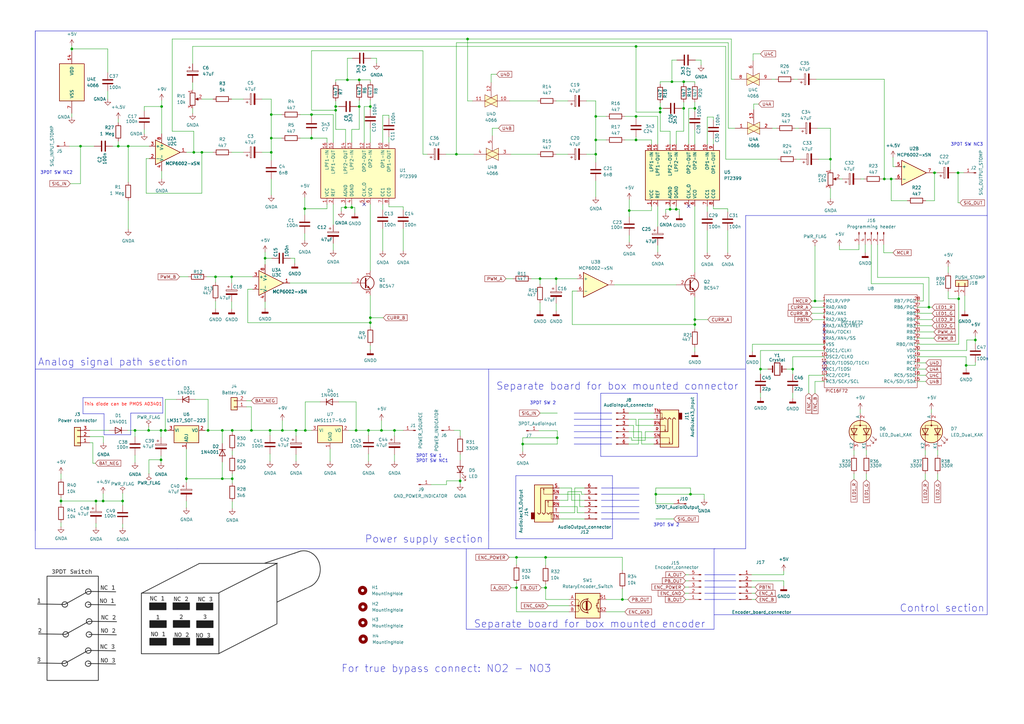
<source format=kicad_sch>
(kicad_sch (version 20230121) (generator eeschema)
  (paper "A3")
  (title_block (title "PT2399 basd Digital Effect Pedal (Time Manipulator)") (date "2024-08-31") (rev "v0.2") (comment 1 "Author: Damjan Prerad") (comment 2 "Source: www.electrosmash.com/time-manipulator"))
  (junction (at 260.858 57.404))
  (junction (at 383.286 70.866))
  (junction (at 108.712 105.918))
  (junction (at 82.804 62.484))
  (junction (at 111.252 62.484))
  (junction (at 268.986 202.692))
  (junction (at 111.252 46.99))
  (junction (at 66.04 188.595))
  (junction (at 88.392 113.538))
  (junction (at 244.348 57.404))
  (junction (at 362.712 73.406))
  (junction (at 76.454 196.342))
  (junction (at 211.836 241.046))
  (junction (at 365.506 73.406))
  (junction (at 396.24 149.86))
  (junction (at 244.348 47.752))
  (junction (at 223.774 228.6))
  (junction (at 284.988 44.45))
  (junction (at 42.291 205.486))
  (junction (at 334.264 123.444))
  (junction (at 67.818 176.53))
  (junction (at 50.292 205.486))
  (junction (at 270.764 45.974))
  (junction (at 147.32 43.688))
  (junction (at 325.12 151.384))
  (junction (at 260.858 47.752))
  (junction (at 161.798 176.53))
  (junction (at 147.32 32.766))
  (junction (at 188.722 197.231))
  (junction (at 91.186 196.342))
  (junction (at 48.514 59.944))
  (junction (at 137.668 45.212))
  (junction (at 400.05 139.446))
  (junction (at 85.344 176.53))
  (junction (at 258.064 86.36))
  (junction (at 340.614 65.278))
  (junction (at 275.59 33.528))
  (junction (at 125.222 176.53))
  (junction (at 381 125.984))
  (junction (at 55.372 176.53))
  (junction (at 151.892 43.688))
  (junction (at 66.04 176.53))
  (junction (at 151.13 176.53))
  (junction (at 280.416 44.45))
  (junction (at 151.892 132.334))
  (junction (at 95.25 196.342))
  (junction (at 191.77 16.002))
  (junction (at 52.578 59.944))
  (junction (at 156.464 176.53))
  (junction (at 274.828 85.852))
  (junction (at 392.938 70.866))
  (junction (at 110.744 176.53))
  (junction (at 141.732 85.09))
  (junction (at 187.198 63.246))
  (junction (at 103.124 176.53))
  (junction (at 39.37 205.486))
  (junction (at 124.968 85.598))
  (junction (at 66.294 43.688))
  (junction (at 151.892 130.302))
  (junction (at 111.252 56.642))
  (junction (at 214.376 182.118))
  (junction (at 127.762 46.99))
  (junction (at 115.824 176.53))
  (junction (at 280.416 33.528))
  (junction (at 283.21 202.692))
  (junction (at 95.25 176.53))
  (junction (at 228.6 179.578))
  (junction (at 284.988 133.096))
  (junction (at 29.464 20.066))
  (junction (at 33.02 59.944))
  (junction (at 228.092 114.3))
  (junction (at 284.988 131.064))
  (junction (at 121.412 176.53))
  (junction (at 260.858 19.05))
  (junction (at 270.764 44.45))
  (junction (at 223.774 241.046))
  (junction (at 221.488 114.3))
  (junction (at 142.494 32.766))
  (junction (at 91.186 176.53))
  (junction (at 137.668 43.688))
  (junction (at 211.836 228.6))
  (junction (at 311.912 151.384))
  (junction (at 146.05 176.53))
  (junction (at 94.996 113.538))
  (junction (at 60.96 176.53))
  (junction (at 255.27 245.872))
  (junction (at 144.272 85.09))
  (junction (at 277.368 85.852))
  (junction (at 79.502 62.484))
  (junction (at 25.019 205.486))
  (junction (at 127.762 56.642))
  (junction (at 393.192 122.555))
  (junction (at 244.348 63.246))
  (no_connect (at 338.074 138.684))
  (no_connect (at 338.074 151.384))
  (no_connect (at 338.074 148.844))
  (no_connect (at 338.074 136.144))
  (no_connect (at 282.448 84.582))
  (no_connect (at 338.074 133.604))
  (no_connect (at 149.352 83.82))
  (wire (pts (xy 280.924 243.332) (xy 282.448 243.332)))
  (wire (pts (xy 384.556 184.658) (xy 384.556 186.69)))
  (wire (pts (xy 240.538 41.402) (xy 244.348 41.402)))
  (wire (pts (xy 268.986 200.152) (xy 268.986 202.692)))
  (wire (pts (xy 191.77 16.002) (xy 299.974 16.002)))
  (polyline (pts (xy 246.38 161.29) (xy 246.38 187.198)))
  (wire (pts (xy 308.864 22.098) (xy 308.864 24.892)))
  (wire (pts (xy 331.724 153.924) (xy 331.724 161.29)))
  (wire (pts (xy 145.542 85.09) (xy 145.542 87.376)))
  (wire (pts (xy 84.836 113.538) (xy 88.392 113.538)))
  (wire (pts (xy 144.272 58.42) (xy 144.272 53.086)))
  (wire (pts (xy 284.988 41.91) (xy 284.988 44.45)))
  (wire (pts (xy 159.512 47.244) (xy 159.512 48.514)))
  (wire (pts (xy 25.019 214.376) (xy 25.019 216.027)))
  (wire (pts (xy 95.25 194.31) (xy 95.25 196.342)))
  (wire (pts (xy 193.802 41.402) (xy 191.77 41.402)))
  (wire (pts (xy 228.6 176.657) (xy 228.6 179.578)))
  (wire (pts (xy 284.988 133.096) (xy 234.696 133.096)))
  (wire (pts (xy 156.464 176.53) (xy 161.798 176.53)))
  (wire (pts (xy 258.064 96.52) (xy 258.064 99.314)))
  (wire (pts (xy 159.512 83.82) (xy 159.512 84.836)))
  (wire (pts (xy 156.972 47.244) (xy 159.512 47.244)))
  (wire (pts (xy 156.972 58.42) (xy 156.972 47.244)))
  (wire (pts (xy 156.972 93.726) (xy 156.972 102.87)))
  (wire (pts (xy 33.02 59.944) (xy 38.608 59.944)))
  (wire (pts (xy 173.482 20.828) (xy 127.762 20.828)))
  (wire (pts (xy 365.506 82.296) (xy 372.11 82.296)))
  (polyline (pts (xy 305.816 151.384) (xy 14.478 151.384)))
  (wire (pts (xy 338.074 123.444) (xy 334.264 123.444)))
  (wire (pts (xy 111.252 62.484) (xy 111.252 65.786)))
  (wire (pts (xy 270.764 33.528) (xy 275.59 33.528)))
  (wire (pts (xy 201.422 30.48) (xy 201.422 33.782)))
  (wire (pts (xy 124.968 81.026) (xy 124.968 85.598)))
  (wire (pts (xy 221.996 241.046) (xy 223.774 241.046)))
  (wire (pts (xy 211.836 241.046) (xy 211.836 239.268)))
  (wire (pts (xy 284.988 44.45) (xy 284.988 45.72)))
  (wire (pts (xy 221.488 124.206) (xy 221.488 127.508)))
  (polyline (pts (xy 289.052 235.712) (xy 301.625 235.712)))
  (wire (pts (xy 151.892 43.688) (xy 151.892 44.958)))
  (wire (pts (xy 311.912 22.098) (xy 308.864 22.098)))
  (wire (pts (xy 137.668 53.086) (xy 137.668 45.212)))
  (wire (pts (xy 147.32 43.688) (xy 147.32 53.086)))
  (wire (pts (xy 235.712 210.312) (xy 235.712 200.152)))
  (wire (pts (xy 264.668 177.038) (xy 268.224 177.038)))
  (wire (pts (xy 183.134 197.231) (xy 183.134 198.755)))
  (wire (pts (xy 354.838 100.33) (xy 354.838 103.632)))
  (wire (pts (xy 144.272 53.086) (xy 147.32 53.086)))
  (wire (pts (xy 139.954 86.614) (xy 139.954 85.09)))
  (wire (pts (xy 95.25 176.53) (xy 103.124 176.53)))
  (wire (pts (xy 388.874 109.347) (xy 388.874 111.887)))
  (wire (pts (xy 379.73 82.296) (xy 383.286 82.296)))
  (wire (pts (xy 207.518 114.3) (xy 210.312 114.3)))
  (wire (pts (xy 161.798 176.53) (xy 165.354 176.53)))
  (wire (pts (xy 308.229 240.792) (xy 309.753 240.792)))
  (wire (pts (xy 357.378 100.33) (xy 357.378 116.332)))
  (wire (pts (xy 121.412 176.53) (xy 121.412 178.816)))
  (wire (pts (xy 274.828 53.848) (xy 270.764 53.848)))
  (wire (pts (xy 52.578 59.944) (xy 52.578 74.676)))
  (wire (pts (xy 61.214 65.024) (xy 59.944 65.024)))
  (wire (pts (xy 151.892 141.732) (xy 151.892 143.51)))
  (wire (pts (xy 73.66 113.538) (xy 77.216 113.538)))
  (polyline (pts (xy 34.036 163.068) (xy 34.036 169.672)))
  (wire (pts (xy 228.6 179.578) (xy 214.376 179.578)))
  (wire (pts (xy 221.488 169.418) (xy 228.6 169.418)))
  (wire (pts (xy 187.198 63.246) (xy 194.31 63.246)))
  (wire (pts (xy 78.994 19.05) (xy 260.858 19.05)))
  (wire (pts (xy 284.988 33.528) (xy 280.416 33.528)))
  (wire (pts (xy 224.79 248.412) (xy 233.426 248.412)))
  (wire (pts (xy 80.01 163.83) (xy 85.344 163.83)))
  (wire (pts (xy 338.074 146.304) (xy 325.12 146.304)))
  (wire (pts (xy 223.774 245.872) (xy 233.426 245.872)))
  (wire (pts (xy 267.208 84.582) (xy 267.208 86.36)))
  (wire (pts (xy 127.762 46.99) (xy 136.652 46.99)))
  (wire (pts (xy 38.1 189.992) (xy 39.116 189.992)))
  (wire (pts (xy 239.776 205.232) (xy 234.442 205.232)))
  (wire (pts (xy 268.986 206.629) (xy 268.986 202.692)))
  (wire (pts (xy 152.146 23.876) (xy 154.432 23.876)))
  (wire (pts (xy 334.264 156.464) (xy 334.264 161.29)))
  (polyline (pts (xy 72.771 225.044) (xy 191.262 225.044)))
  (wire (pts (xy 273.05 87.376) (xy 273.05 85.852)))
  (wire (pts (xy 333.248 131.064) (xy 338.074 131.064)))
  (wire (pts (xy 284.988 133.096) (xy 284.988 134.874)))
  (wire (pts (xy 66.04 188.595) (xy 66.04 189.738)))
  (wire (pts (xy 39.37 214.63) (xy 39.37 216.281)))
  (wire (pts (xy 55.372 176.53) (xy 55.372 179.07)))
  (wire (pts (xy 355.346 194.31) (xy 355.346 196.85)))
  (wire (pts (xy 183.134 198.755) (xy 176.784 198.755)))
  (wire (pts (xy 350.266 184.658) (xy 350.266 186.69)))
  (wire (pts (xy 88.392 123.444) (xy 88.392 126.746)))
  (wire (pts (xy 44.196 20.066) (xy 44.196 29.718)))
  (wire (pts (xy 232.918 205.232) (xy 229.362 205.232)))
  (wire (pts (xy 281.178 245.872) (xy 282.448 245.872)))
  (wire (pts (xy 201.93 52.578) (xy 201.93 55.626)))
  (wire (pts (xy 259.842 174.498) (xy 259.842 179.578)))
  (wire (pts (xy 42.291 205.486) (xy 50.292 205.486)))
  (wire (pts (xy 257.81 169.418) (xy 268.224 169.418)))
  (wire (pts (xy 376.174 131.064) (xy 382.27 131.064)))
  (wire (pts (xy 188.722 197.231) (xy 183.134 197.231)))
  (wire (pts (xy 297.688 19.05) (xy 297.688 65.278)))
  (wire (pts (xy 381 125.984) (xy 382.27 125.984)))
  (wire (pts (xy 260.858 45.974) (xy 260.858 19.05)))
  (wire (pts (xy 60.96 176.53) (xy 66.04 176.53)))
  (wire (pts (xy 151.892 121.158) (xy 151.892 130.302)))
  (wire (pts (xy 236.728 114.3) (xy 228.092 114.3)))
  (wire (pts (xy 301.498 52.578) (xy 298.704 52.578)))
  (wire (pts (xy 308.61 144.272) (xy 308.61 141.224)))
  (wire (pts (xy 127.762 56.642) (xy 127.762 55.372)))
  (wire (pts (xy 220.98 176.657) (xy 228.6 176.657)))
  (wire (pts (xy 191.77 16.002) (xy 191.77 41.402)))
  (wire (pts (xy 44.196 37.338) (xy 44.196 40.64)))
  (wire (pts (xy 396.494 139.446) (xy 400.05 139.446)))
  (wire (pts (xy 277.368 85.852) (xy 278.638 85.852)))
  (wire (pts (xy 234.442 205.232) (xy 234.442 200.152)))
  (wire (pts (xy 321.437 238.252) (xy 321.437 240.284)))
  (wire (pts (xy 240.538 63.246) (xy 244.348 63.246)))
  (wire (pts (xy 36.83 176.53) (xy 44.704 176.53)))
  (wire (pts (xy 29.464 21.082) (xy 29.464 20.066)))
  (wire (pts (xy 91.186 189.484) (xy 91.186 196.342)))
  (wire (pts (xy 239.776 207.772) (xy 237.744 207.772)))
  (wire (pts (xy 322.58 151.384) (xy 325.12 151.384)))
  (wire (pts (xy 344.424 73.406) (xy 345.44 73.406)))
  (polyline (pts (xy 288.925 245.872) (xy 301.752 245.872)))
  (wire (pts (xy 288.798 202.692) (xy 288.798 204.724)))
  (wire (pts (xy 393.192 141.224) (xy 376.174 141.224)))
  (wire (pts (xy 366.268 68.326) (xy 367.284 68.326)))
  (wire (pts (xy 352.298 102.362) (xy 352.298 100.33)))
  (wire (pts (xy 379.476 184.658) (xy 379.476 186.69)))
  (wire (pts (xy 238.506 201.676) (xy 232.918 201.676)))
  (wire (pts (xy 376.174 148.844) (xy 379.73 148.844)))
  (wire (pts (xy 359.918 113.792) (xy 381 113.792)))
  (wire (pts (xy 340.614 65.278) (xy 340.614 69.596)))
  (wire (pts (xy 244.348 63.246) (xy 244.348 66.548)))
  (wire (pts (xy 101.092 166.878) (xy 103.124 166.878)))
  (wire (pts (xy 42.291 202.438) (xy 42.291 205.486)))
  (wire (pts (xy 186.182 176.53) (xy 188.722 176.53)))
  (wire (pts (xy 36.83 181.61) (xy 38.1 181.61)))
  (polyline (pts (xy 42.672 178.308) (xy 53.594 178.308)))
  (wire (pts (xy 232.918 201.676) (xy 232.918 205.232)))
  (polyline (pts (xy 235.458 179.578) (xy 250.952 179.578)))
  (wire (pts (xy 298.45 85.598) (xy 298.45 86.868)))
  (wire (pts (xy 136.652 46.99) (xy 136.652 58.42)))
  (wire (pts (xy 256.286 57.404) (xy 260.858 57.404)))
  (wire (pts (xy 270.764 44.45) (xy 272.034 44.45)))
  (wire (pts (xy 66.294 70.104) (xy 66.294 73.406)))
  (polyline (pts (xy 286.004 187.198) (xy 246.38 187.198)))
  (wire (pts (xy 108.712 123.698) (xy 108.712 126.492)))
  (wire (pts (xy 141.732 58.42) (xy 141.732 53.086)))
  (wire (pts (xy 29.464 18.796) (xy 29.464 20.066)))
  (wire (pts (xy 248.666 250.952) (xy 256.286 250.952)))
  (wire (pts (xy 362.712 73.406) (xy 365.506 73.406)))
  (wire (pts (xy 118.872 116.078) (xy 144.272 116.078)))
  (wire (pts (xy 376.174 128.524) (xy 382.27 128.524)))
  (wire (pts (xy 48.514 59.944) (xy 52.578 59.944)))
  (wire (pts (xy 384.556 194.31) (xy 384.556 196.85)))
  (wire (pts (xy 67.818 163.83) (xy 67.818 176.53)))
  (polyline (pts (xy 262.128 205.232) (xy 246.634 205.232)))
  (wire (pts (xy 244.348 47.752) (xy 244.348 57.404)))
  (wire (pts (xy 335.28 52.578) (xy 340.614 52.578)))
  (wire (pts (xy 376.174 123.444) (xy 378.714 123.444)))
  (wire (pts (xy 124.968 95.758) (xy 124.968 98.552)))
  (wire (pts (xy 396.24 146.304) (xy 396.24 149.86)))
  (wire (pts (xy 284.988 53.34) (xy 284.988 59.182)))
  (wire (pts (xy 340.614 52.578) (xy 340.614 65.278)))
  (wire (pts (xy 209.042 41.402) (xy 220.472 41.402)))
  (wire (pts (xy 161.798 186.436) (xy 161.798 189.23)))
  (wire (pts (xy 258.064 81.788) (xy 258.064 86.36)))
  (wire (pts (xy 85.344 176.53) (xy 91.186 176.53)))
  (polyline (pts (xy 235.458 169.418) (xy 250.952 169.418)))
  (wire (pts (xy 55.372 176.53) (xy 60.96 176.53)))
  (wire (pts (xy 111.252 56.642) (xy 111.252 62.484)))
  (wire (pts (xy 107.442 62.484) (xy 111.252 62.484)))
  (wire (pts (xy 238.506 202.692) (xy 238.506 201.676)))
  (wire (pts (xy 338.074 153.924) (xy 331.724 153.924)))
  (wire (pts (xy 142.494 32.766) (xy 147.32 32.766)))
  (wire (pts (xy 376.174 138.684) (xy 383.032 138.684)))
  (wire (pts (xy 95.25 196.342) (xy 95.25 198.12)))
  (wire (pts (xy 125.222 164.846) (xy 125.222 176.53)))
  (wire (pts (xy 59.944 65.024) (xy 59.944 79.248)))
  (wire (pts (xy 149.352 43.688) (xy 151.892 43.688)))
  (wire (pts (xy 91.186 196.342) (xy 95.25 196.342)))
  (wire (pts (xy 60.96 175.006) (xy 60.96 176.53)))
  (wire (pts (xy 244.348 57.404) (xy 248.666 57.404)))
  (wire (pts (xy 121.412 186.436) (xy 121.412 189.23)))
  (wire (pts (xy 204.47 52.578) (xy 201.93 52.578)))
  (wire (pts (xy 151.892 130.302) (xy 151.892 132.334)))
  (wire (pts (xy 78.994 44.45) (xy 78.994 46.482)))
  (wire (pts (xy 135.382 184.15) (xy 135.382 189.23)))
  (wire (pts (xy 376.174 143.764) (xy 396.494 143.764)))
  (wire (pts (xy 325.12 151.384) (xy 325.12 153.416)))
  (wire (pts (xy 332.867 123.444) (xy 334.264 123.444)))
  (wire (pts (xy 137.668 33.782) (xy 137.668 32.766)))
  (wire (pts (xy 311.912 143.764) (xy 311.912 151.384)))
  (wire (pts (xy 214.376 179.578) (xy 214.376 182.118)))
  (polyline (pts (xy 14.478 12.7) (xy 404.876 12.7)))
  (polyline (pts (xy 262.128 207.772) (xy 246.634 207.772)))
  (wire (pts (xy 101.092 164.338) (xy 103.124 164.338)))
  (wire (pts (xy 365.506 73.406) (xy 365.506 82.296)))
  (wire (pts (xy 277.368 84.582) (xy 277.368 85.852)))
  (polyline (pts (xy 262.128 212.852) (xy 246.634 212.852)))
  (wire (pts (xy 299.974 32.512) (xy 299.974 16.002)))
  (wire (pts (xy 352.806 167.894) (xy 352.806 169.418)))
  (wire (pts (xy 396.24 149.86) (xy 396.24 151.384)))
  (wire (pts (xy 50.292 214.884) (xy 50.292 216.408)))
  (wire (pts (xy 260.858 19.05) (xy 297.688 19.05)))
  (wire (pts (xy 28.829 75.311) (xy 33.02 75.311)))
  (wire (pts (xy 151.13 186.182) (xy 151.13 189.23)))
  (wire (pts (xy 121.412 176.53) (xy 125.222 176.53)))
  (wire (pts (xy 239.776 212.852) (xy 229.362 212.852)))
  (wire (pts (xy 188.722 197.231) (xy 188.722 198.628)))
  (polyline (pts (xy 286.004 161.29) (xy 286.004 187.198)))
  (polyline (pts (xy 211.582 220.98) (xy 211.582 195.072)))
  (wire (pts (xy 284.988 84.582) (xy 284.988 111.76)))
  (wire (pts (xy 228.092 114.3) (xy 221.488 114.3)))
  (wire (pts (xy 214.376 182.118) (xy 228.6 182.118)))
  (wire (pts (xy 393.7 83.185) (xy 392.938 83.185)))
  (polyline (pts (xy 14.478 151.384) (xy 14.478 217.678)))
  (wire (pts (xy 278.638 85.852) (xy 278.638 88.138)))
  (wire (pts (xy 301.244 32.512) (xy 299.974 32.512)))
  (wire (pts (xy 400.05 148.59) (xy 400.05 149.86)))
  (wire (pts (xy 233.426 250.952) (xy 211.836 250.952)))
  (polyline (pts (xy 251.206 220.98) (xy 251.206 195.072)))
  (wire (pts (xy 248.666 47.752) (xy 244.348 47.752)))
  (wire (pts (xy 141.732 85.09) (xy 144.272 85.09)))
  (polyline (pts (xy 191.262 225.044) (xy 200.406 225.044)))
  (wire (pts (xy 273.05 85.852) (xy 274.828 85.852)))
  (wire (pts (xy 103.124 176.53) (xy 110.744 176.53)))
  (wire (pts (xy 260.858 57.404) (xy 260.858 56.134)))
  (wire (pts (xy 298.704 52.578) (xy 298.704 17.526)))
  (wire (pts (xy 275.59 33.528) (xy 280.416 33.528)))
  (wire (pts (xy 124.968 85.598) (xy 124.968 88.138)))
  (wire (pts (xy 393.192 122.555) (xy 393.192 141.224)))
  (wire (pts (xy 48.514 48.768) (xy 48.514 50.292)))
  (polyline (pts (xy 292.862 225.044) (xy 292.862 258.064)))
  (wire (pts (xy 70.612 53.848) (xy 79.502 53.848)))
  (wire (pts (xy 142.494 23.876) (xy 142.494 32.766)))
  (wire (pts (xy 134.112 56.642) (xy 134.112 58.42)))
  (wire (pts (xy 257.81 174.498) (xy 259.842 174.498)))
  (polyline (pts (xy 191.262 258.064) (xy 292.862 258.064)))
  (wire (pts (xy 248.666 245.872) (xy 255.27 245.872)))
  (wire (pts (xy 284.988 34.29) (xy 284.988 33.528)))
  (wire (pts (xy 338.074 143.764) (xy 311.912 143.764)))
  (wire (pts (xy 137.668 45.212) (xy 137.668 43.688)))
  (wire (pts (xy 59.944 79.248) (xy 82.804 79.248)))
  (wire (pts (xy 344.297 102.362) (xy 344.297 100.838)))
  (wire (pts (xy 147.32 41.148) (xy 147.32 43.688)))
  (wire (pts (xy 187.198 17.526) (xy 187.198 63.246)))
  (wire (pts (xy 355.346 184.658) (xy 355.346 186.69)))
  (wire (pts (xy 211.836 250.952) (xy 211.836 241.046)))
  (wire (pts (xy 175.26 63.246) (xy 173.482 63.246)))
  (wire (pts (xy 137.668 32.766) (xy 142.494 32.766)))
  (wire (pts (xy 362.458 100.33) (xy 362.458 103.632)))
  (wire (pts (xy 382.016 167.894) (xy 382.016 169.418)))
  (wire (pts (xy 277.622 24.638) (xy 275.59 24.638)))
  (wire (pts (xy 325.12 161.036) (xy 325.12 163.322)))
  (wire (pts (xy 48.514 57.912) (xy 48.514 59.944)))
  (wire (pts (xy 110.744 186.182) (xy 110.744 189.23)))
  (wire (pts (xy 270.764 34.544) (xy 270.764 33.528)))
  (wire (pts (xy 159.512 56.134) (xy 159.512 58.42)))
  (wire (pts (xy 144.272 85.09) (xy 145.542 85.09)))
  (polyline (pts (xy 66.802 163.068) (xy 34.036 163.068)))
  (wire (pts (xy 290.068 48.006) (xy 292.608 48.006)))
  (wire (pts (xy 67.818 176.53) (xy 68.834 176.53)))
  (wire (pts (xy 244.348 57.404) (xy 244.348 63.246)))
  (wire (pts (xy 151.892 41.148) (xy 151.892 43.688)))
  (wire (pts (xy 94.996 113.538) (xy 94.996 116.078)))
  (wire (pts (xy 115.824 176.53) (xy 121.412 176.53)))
  (wire (pts (xy 308.229 235.712) (xy 321.437 235.712)))
  (wire (pts (xy 151.892 130.302) (xy 157.226 130.302)))
  (wire (pts (xy 297.688 65.278) (xy 319.024 65.278)))
  (wire (pts (xy 165.354 84.836) (xy 165.354 86.106)))
  (wire (pts (xy 52.324 176.53) (xy 55.372 176.53)))
  (wire (pts (xy 151.13 176.53) (xy 156.464 176.53)))
  (wire (pts (xy 395.732 121.285) (xy 395.732 127.508)))
  (wire (pts (xy 36.83 179.07) (xy 42.418 179.07)))
  (wire (pts (xy 76.454 196.342) (xy 76.454 197.866)))
  (wire (pts (xy 267.208 57.404) (xy 267.208 59.182)))
  (wire (pts (xy 277.368 59.182) (xy 277.368 53.848)))
  (wire (pts (xy 151.892 52.578) (xy 151.892 58.42)))
  (wire (pts (xy 217.932 114.3) (xy 221.488 114.3)))
  (polyline (pts (xy 235.458 171.958) (xy 250.952 171.958)))
  (wire (pts (xy 353.06 73.406) (xy 354.33 73.406)))
  (wire (pts (xy 270.764 42.164) (xy 270.764 44.45)))
  (wire (pts (xy 70.612 16.002) (xy 191.77 16.002)))
  (wire (pts (xy 138.938 164.846) (xy 146.05 164.846)))
  (wire (pts (xy 255.27 233.934) (xy 255.27 228.6)))
  (wire (pts (xy 91.186 176.53) (xy 91.186 181.864)))
  (wire (pts (xy 400.05 137.922) (xy 400.05 139.446)))
  (wire (pts (xy 120.904 105.918) (xy 120.904 107.95)))
  (wire (pts (xy 388.874 119.507) (xy 388.874 122.555)))
  (wire (pts (xy 214.376 182.118) (xy 214.376 185.166)))
  (wire (pts (xy 257.81 179.578) (xy 259.08 179.578)))
  (wire (pts (xy 326.644 65.278) (xy 328.168 65.278)))
  (wire (pts (xy 78.994 19.05) (xy 78.994 26.162)))
  (wire (pts (xy 255.27 228.6) (xy 223.774 228.6)))
  (wire (pts (xy 276.352 206.629) (xy 268.986 206.629)))
  (polyline (pts (xy 262.128 202.692) (xy 246.634 202.692)))
  (polyline (pts (xy 289.052 238.252) (xy 301.879 238.252)))
  (wire (pts (xy 151.892 83.82) (xy 151.892 110.998)))
  (wire (pts (xy 111.252 46.99) (xy 111.252 56.642)))
  (wire (pts (xy 283.21 202.692) (xy 288.798 202.692)))
  (wire (pts (xy 284.988 142.494) (xy 284.988 144.272)))
  (wire (pts (xy 382.524 70.866) (xy 383.286 70.866)))
  (wire (pts (xy 260.858 47.752) (xy 269.748 47.752)))
  (wire (pts (xy 108.712 103.378) (xy 108.712 105.918)))
  (wire (pts (xy 376.174 146.304) (xy 396.24 146.304)))
  (wire (pts (xy 275.59 24.638) (xy 275.59 33.528)))
  (wire (pts (xy 101.6 118.618) (xy 103.632 118.618)))
  (wire (pts (xy 255.27 245.872) (xy 257.556 245.872)))
  (wire (pts (xy 308.229 243.332) (xy 309.753 243.332)))
  (wire (pts (xy 144.526 23.876) (xy 142.494 23.876)))
  (wire (pts (xy 263.144 182.118) (xy 268.224 182.118)))
  (wire (pts (xy 362.458 103.632) (xy 366.268 103.632)))
  (wire (pts (xy 95.25 176.53) (xy 95.25 177.292)))
  (wire (pts (xy 258.064 86.36) (xy 258.064 88.9)))
  (wire (pts (xy 165.354 93.726) (xy 165.354 102.87)))
  (wire (pts (xy 42.418 179.07) (xy 42.418 181.61)))
  (polyline (pts (xy 251.206 220.98) (xy 211.582 220.98)))
  (wire (pts (xy 111.252 56.642) (xy 115.57 56.642)))
  (wire (pts (xy 381 113.792) (xy 381 125.984)))
  (wire (pts (xy 127.762 46.99) (xy 127.762 47.752)))
  (wire (pts (xy 326.136 52.578) (xy 327.66 52.578)))
  (wire (pts (xy 108.712 105.918) (xy 108.712 108.458)))
  (wire (pts (xy 39.37 205.486) (xy 39.37 207.01)))
  (wire (pts (xy 66.04 186.944) (xy 66.04 188.595)))
  (wire (pts (xy 91.186 176.53) (xy 95.25 176.53)))
  (polyline (pts (xy 305.816 225.044) (xy 200.406 225.044)))
  (polyline (pts (xy 262.128 210.312) (xy 246.634 210.312)))
  (wire (pts (xy 237.744 207.772) (xy 237.744 202.692)))
  (wire (pts (xy 25.019 205.486) (xy 39.37 205.486)))
  (polyline (pts (xy 42.672 169.672) (xy 42.672 178.308)))
  (wire (pts (xy 70.612 16.002) (xy 70.612 53.848)))
  (wire (pts (xy 134.112 83.82) (xy 134.112 85.598)))
  (wire (pts (xy 359.918 100.33) (xy 359.918 113.792)))
  (polyline (pts (xy 235.458 177.038) (xy 250.952 177.038)))
  (wire (pts (xy 396.24 149.86) (xy 400.05 149.86)))
  (wire (pts (xy 66.294 41.148) (xy 66.294 43.688)))
  (wire (pts (xy 136.652 99.822) (xy 136.652 102.616)))
  (wire (pts (xy 38.1 181.61) (xy 38.1 189.992)))
  (wire (pts (xy 376.174 156.464) (xy 379.73 156.464)))
  (wire (pts (xy 255.27 245.872) (xy 255.27 241.554)))
  (wire (pts (xy 94.996 123.698) (xy 94.996 126.746)))
  (wire (pts (xy 308.229 238.252) (xy 321.437 238.252)))
  (wire (pts (xy 308.61 141.224) (xy 338.074 141.224)))
  (wire (pts (xy 316.484 32.512) (xy 318.008 32.512)))
  (wire (pts (xy 334.772 32.512) (xy 362.712 32.512)))
  (wire (pts (xy 257.81 177.038) (xy 263.144 177.038)))
  (wire (pts (xy 244.348 41.402) (xy 244.348 47.752)))
  (wire (pts (xy 376.174 153.924) (xy 379.73 153.924)))
  (wire (pts (xy 229.362 210.312) (xy 235.712 210.312)))
  (wire (pts (xy 280.924 240.792) (xy 282.448 240.792)))
  (wire (pts (xy 147.32 43.688) (xy 146.558 43.688)))
  (polyline (pts (xy 14.478 12.7) (xy 14.478 151.384)))
  (polyline (pts (xy 292.862 252.095) (xy 404.876 252.095)))
  (wire (pts (xy 79.502 53.848) (xy 79.502 62.484)))
  (wire (pts (xy 88.392 113.538) (xy 88.392 115.824)))
  (wire (pts (xy 276.352 212.852) (xy 268.986 212.852)))
  (wire (pts (xy 362.712 32.512) (xy 362.712 73.406)))
  (wire (pts (xy 159.512 84.836) (xy 165.354 84.836)))
  (wire (pts (xy 383.286 82.296) (xy 383.286 70.866)))
  (wire (pts (xy 376.174 133.604) (xy 382.27 133.604)))
  (wire (pts (xy 95.25 205.74) (xy 95.25 208.534)))
  (wire (pts (xy 59.182 53.086) (xy 59.182 54.864)))
  (wire (pts (xy 141.732 53.086) (xy 137.668 53.086)))
  (polyline (pts (xy 404.876 88.392) (xy 404.876 252.095)))
  (wire (pts (xy 290.068 59.182) (xy 290.068 48.006)))
  (wire (pts (xy 264.668 180.594) (xy 264.668 177.038)))
  (wire (pts (xy 188.722 196.342) (xy 188.722 197.231)))
  (polyline (pts (xy 293.37 225.044) (xy 292.862 225.044)))
  (wire (pts (xy 284.988 131.064) (xy 284.988 133.096)))
  (wire (pts (xy 244.348 74.168) (xy 244.348 80.772)))
  (wire (pts (xy 234.442 200.152) (xy 229.362 200.152)))
  (wire (pts (xy 188.722 186.436) (xy 188.722 188.722)))
  (wire (pts (xy 270.764 45.974) (xy 270.764 53.848)))
  (wire (pts (xy 151.892 132.334) (xy 101.6 132.334)))
  (wire (pts (xy 381 125.984) (xy 376.174 125.984)))
  (wire (pts (xy 123.19 56.642) (xy 127.762 56.642)))
  (wire (pts (xy 115.824 172.466) (xy 115.824 176.53)))
  (wire (pts (xy 274.828 59.182) (xy 274.828 53.848)))
  (polyline (pts (xy 191.262 258.064) (xy 191.262 225.044)))
  (wire (pts (xy 283.21 200.152) (xy 268.986 200.152)))
  (wire (pts (xy 94.996 40.64) (xy 99.822 40.64)))
  (wire (pts (xy 154.432 23.876) (xy 154.432 25.908)))
  (wire (pts (xy 391.922 70.866) (xy 392.938 70.866)))
  (wire (pts (xy 115.57 46.99) (xy 111.252 46.99)))
  (wire (pts (xy 156.972 83.82) (xy 156.972 86.106)))
  (polyline (pts (xy 200.406 217.678) (xy 200.406 151.384)))
  (wire (pts (xy 127.762 56.642) (xy 134.112 56.642)))
  (wire (pts (xy 146.05 164.846) (xy 146.05 176.53)))
  (wire (pts (xy 285.242 24.638) (xy 287.528 24.638)))
  (wire (pts (xy 251.968 116.84) (xy 277.368 116.84)))
  (wire (pts (xy 259.08 180.594) (xy 264.668 180.594)))
  (wire (pts (xy 338.074 156.464) (xy 334.264 156.464)))
  (wire (pts (xy 292.608 84.582) (xy 292.608 85.598)))
  (wire (pts (xy 376.174 151.384) (xy 379.73 151.384)))
  (wire (pts (xy 208.788 228.6) (xy 211.836 228.6)))
  (wire (pts (xy 350.266 194.31) (xy 350.266 196.596)))
  (wire (pts (xy 66.294 43.688) (xy 66.294 54.864)))
  (wire (pts (xy 127.762 20.828) (xy 127.762 45.212)))
  (wire (pts (xy 400.05 140.97) (xy 400.05 139.446)))
  (wire (pts (xy 334.264 100.838) (xy 334.264 123.444)))
  (wire (pts (xy 335.788 65.278) (xy 340.614 65.278)))
  (wire (pts (xy 228.092 114.3) (xy 228.092 116.84)))
  (wire (pts (xy 268.224 171.958) (xy 261.874 171.958)))
  (wire (pts (xy 361.95 73.406) (xy 362.712 73.406)))
  (polyline (pts (xy 289.052 240.792) (xy 301.752 240.792)))
  (wire (pts (xy 388.874 122.555) (xy 393.192 122.555)))
  (wire (pts (xy 66.04 176.53) (xy 67.818 176.53)))
  (wire (pts (xy 72.39 163.83) (xy 67.818 163.83)))
  (wire (pts (xy 50.292 205.486) (xy 50.292 207.264)))
  (polyline (pts (xy 53.594 178.308) (xy 53.594 169.418)))
  (wire (pts (xy 110.744 176.53) (xy 110.744 178.562)))
  (wire (pts (xy 110.744 176.53) (xy 115.824 176.53)))
  (wire (pts (xy 316.738 52.578) (xy 318.516 52.578)))
  (wire (pts (xy 123.19 46.99) (xy 127.762 46.99)))
  (wire (pts (xy 94.996 113.538) (xy 88.392 113.538)))
  (wire (pts (xy 229.362 207.772) (xy 236.728 207.772)))
  (wire (pts (xy 211.836 228.6) (xy 211.836 231.648)))
  (polyline (pts (xy 262.128 200.152) (xy 246.634 200.152)))
  (wire (pts (xy 139.954 85.09) (xy 141.732 85.09)))
  (wire (pts (xy 50.292 202.311) (xy 50.292 205.486)))
  (wire (pts (xy 290.068 94.488) (xy 290.068 103.632)))
  (wire (pts (xy 79.502 62.484) (xy 76.454 62.484)))
  (wire (pts (xy 137.668 43.688) (xy 138.938 43.688)))
  (wire (pts (xy 282.448 44.45) (xy 284.988 44.45)))
  (polyline (pts (xy 34.036 169.672) (xy 42.672 169.672)))
  (wire (pts (xy 223.774 239.522) (xy 223.774 241.046)))
  (wire (pts (xy 268.224 174.498) (xy 260.858 174.498)))
  (wire (pts (xy 298.704 17.526) (xy 187.198 17.526)))
  (wire (pts (xy 146.05 176.53) (xy 143.002 176.53)))
  (wire (pts (xy 55.372 186.69) (xy 55.372 189.738)))
  (wire (pts (xy 209.55 241.046) (xy 211.836 241.046)))
  (wire (pts (xy 108.712 105.918) (xy 111.506 105.918)))
  (wire (pts (xy 33.02 75.311) (xy 33.02 59.944)))
  (wire (pts (xy 151.892 132.334) (xy 151.892 134.112)))
  (wire (pts (xy 131.318 164.846) (xy 125.222 164.846)))
  (wire (pts (xy 332.994 128.524) (xy 338.074 128.524)))
  (wire (pts (xy 25.019 204.089) (xy 25.019 205.486)))
  (wire (pts (xy 228.6 179.578) (xy 228.6 182.118)))
  (wire (pts (xy 59.182 43.688) (xy 66.294 43.688)))
  (wire (pts (xy 311.15 42.672) (xy 309.118 42.672)))
  (wire (pts (xy 260.858 171.958) (xy 260.858 174.498)))
  (wire (pts (xy 46.228 59.944) (xy 48.514 59.944)))
  (polyline (pts (xy 200.406 225.044) (xy 200.406 217.678)))
  (wire (pts (xy 280.416 44.45) (xy 280.416 53.848)))
  (wire (pts (xy 270.764 45.974) (xy 260.858 45.974)))
  (wire (pts (xy 82.804 62.484) (xy 87.376 62.484)))
  (wire (pts (xy 78.994 33.782) (xy 78.994 36.83)))
  (wire (pts (xy 146.05 176.53) (xy 151.13 176.53)))
  (wire (pts (xy 268.986 202.692) (xy 283.21 202.692)))
  (wire (pts (xy 383.286 70.866) (xy 384.302 70.866)))
  (wire (pts (xy 259.08 179.578) (xy 259.08 180.594)))
  (polyline (pts (xy 305.816 88.392) (xy 305.816 151.384)))
  (wire (pts (xy 103.632 113.538) (xy 94.996 113.538)))
  (wire (pts (xy 269.748 47.752) (xy 269.748 59.182)))
  (wire (pts (xy 223.774 241.046) (xy 223.774 245.872)))
  (wire (pts (xy 311.912 151.384) (xy 311.912 153.416)))
  (polyline (pts (xy 53.594 169.418) (xy 66.802 169.418)))
  (wire (pts (xy 149.352 58.42) (xy 149.352 43.688)))
  (wire (pts (xy 137.668 41.402) (xy 137.668 43.688)))
  (polyline (pts (xy 404.876 12.7) (xy 404.876 88.392)))
  (wire (pts (xy 290.068 84.582) (xy 290.068 86.868)))
  (wire (pts (xy 66.04 176.53) (xy 66.04 179.324)))
  (wire (pts (xy 84.074 176.53) (xy 85.344 176.53)))
  (wire (pts (xy 107.442 40.64) (xy 111.252 40.64)))
  (wire (pts (xy 284.988 131.064) (xy 290.322 131.064)))
  (wire (pts (xy 151.892 33.528) (xy 151.892 32.766)))
  (wire (pts (xy 274.828 85.852) (xy 277.368 85.852)))
  (polyline (pts (xy 246.38 161.29) (xy 286.004 161.29)))
  (wire (pts (xy 309.118 42.672) (xy 309.118 44.958)))
  (wire (pts (xy 292.608 85.598) (xy 298.45 85.598)))
  (wire (pts (xy 292.608 48.006) (xy 292.608 49.276)))
  (wire (pts (xy 173.482 63.246) (xy 173.482 20.828)))
  (wire (pts (xy 263.144 177.038) (xy 263.144 182.118)))
  (wire (pts (xy 392.938 83.185) (xy 392.938 70.866)))
  (wire (pts (xy 392.938 70.866) (xy 395.224 70.866)))
  (wire (pts (xy 292.608 56.896) (xy 292.608 59.182)))
  (wire (pts (xy 85.344 163.83) (xy 85.344 176.53)))
  (wire (pts (xy 228.092 63.246) (xy 232.918 63.246)))
  (wire (pts (xy 76.454 196.342) (xy 91.186 196.342)))
  (wire (pts (xy 366.268 64.516) (xy 366.268 68.326)))
  (wire (pts (xy 340.614 77.216) (xy 340.614 81.534)))
  (wire (pts (xy 94.996 62.484) (xy 99.822 62.484)))
  (wire (pts (xy 141.732 83.82) (xy 141.732 85.09)))
  (wire (pts (xy 136.652 83.82) (xy 136.652 92.202)))
  (polyline (pts (xy 211.582 195.072) (xy 251.206 195.072)))
  (wire (pts (xy 147.32 32.766) (xy 147.32 33.528)))
  (wire (pts (xy 280.416 41.91) (xy 280.416 44.45)))
  (wire (pts (xy 393.192 121.285) (xy 393.192 122.555)))
  (polyline (pts (xy 289.052 243.332) (xy 301.752 243.332)))
  (wire (pts (xy 283.21 202.692) (xy 283.21 200.152)))
  (wire (pts (xy 151.13 178.562) (xy 151.13 176.53)))
  (wire (pts (xy 203.708 30.48) (xy 201.422 30.48)))
  (wire (pts (xy 52.578 59.944) (xy 61.214 59.944)))
  (wire (pts (xy 61.087 188.595) (xy 66.04 188.595)))
  (wire (pts (xy 287.528 24.638) (xy 287.528 26.67)))
  (wire (pts (xy 82.804 40.64) (xy 87.376 40.64)))
  (wire (pts (xy 61.087 194.31) (xy 61.087 188.595)))
  (wire (pts (xy 161.798 176.53) (xy 161.798 178.816)))
  (wire (pts (xy 234.696 133.096) (xy 234.696 119.38)))
  (wire (pts (xy 103.124 166.878) (xy 103.124 176.53)))
  (wire (pts (xy 223.774 231.902) (xy 223.774 228.6)))
  (wire (pts (xy 277.368 53.848) (xy 280.416 53.848)))
  (wire (pts (xy 284.988 121.92) (xy 284.988 131.064)))
  (polyline (pts (xy 404.876 88.392) (xy 305.816 88.392)))
  (wire (pts (xy 29.464 46.482) (xy 29.464 48.006)))
  (wire (pts (xy 281.178 238.252) (xy 282.448 238.252)))
  (wire (pts (xy 144.272 83.82) (xy 144.272 85.09)))
  (wire (pts (xy 237.744 202.692) (xy 229.362 202.692)))
  (wire (pts (xy 325.628 32.512) (xy 327.152 32.512)))
  (wire (pts (xy 28.448 59.944) (xy 33.02 59.944)))
  (wire (pts (xy 378.714 123.444) (xy 378.714 116.332)))
  (wire (pts (xy 95.25 184.912) (xy 95.25 186.69)))
  (polyline (pts (xy 14.478 225.044) (xy 72.771 225.044)))
  (wire (pts (xy 221.488 114.3) (xy 221.488 116.586)))
  (wire (pts (xy 228.092 124.46) (xy 228.092 127.508)))
  (wire (pts (xy 259.842 179.578) (xy 268.224 179.578)))
  (wire (pts (xy 82.804 62.484) (xy 79.502 62.484)))
  (wire (pts (xy 257.81 171.958) (xy 260.858 171.958)))
  (wire (pts (xy 82.804 79.248) (xy 82.804 62.484)))
  (wire (pts (xy 321.437 234.188) (xy 321.437 235.712)))
  (wire (pts (xy 239.776 202.692) (xy 238.506 202.692)))
  (polyline (pts (xy 305.816 151.638) (xy 305.816 225.044)))
  (wire (pts (xy 280.416 44.45) (xy 279.654 44.45)))
  (wire (pts (xy 39.37 205.486) (xy 42.291 205.486)))
  (polyline (pts (xy 235.458 174.498) (xy 250.952 174.498)))
  (wire (pts (xy 25.019 205.486) (xy 25.019 206.756)))
  (wire (pts (xy 127.762 45.212) (xy 137.668 45.212)))
  (wire (pts (xy 52.578 82.296) (xy 52.578 93.98)))
  (wire (pts (xy 282.448 59.182) (xy 282.448 44.45)))
  (wire (pts (xy 269.748 100.584) (xy 269.748 103.378)))
  (wire (pts (xy 111.252 73.406) (xy 111.252 80.01)))
  (polyline (pts (xy 14.478 12.7) (xy 14.478 225.044)))
  (wire (pts (xy 239.776 210.312) (xy 236.728 210.312)))
  (wire (pts (xy 124.968 85.598) (xy 134.112 85.598)))
  (wire (pts (xy 308.229 245.872) (xy 309.88 245.872)))
  (wire (pts (xy 239.776 200.152) (xy 235.712 200.152)))
  (wire (pts (xy 376.174 136.144) (xy 383.032 136.144)))
  (wire (pts (xy 260.858 57.404) (xy 267.208 57.404)))
  (wire (pts (xy 211.836 228.6) (xy 223.774 228.6)))
  (wire (pts (xy 76.454 205.486) (xy 76.454 208.28)))
  (wire (pts (xy 256.286 47.752) (xy 260.858 47.752)))
  (wire (pts (xy 234.696 119.38) (xy 236.728 119.38)))
  (wire (pts (xy 111.252 40.64) (xy 111.252 46.99)))
  (wire (pts (xy 396.494 143.764) (xy 396.494 139.446)))
  (wire (pts (xy 188.722 176.53) (xy 188.722 178.816)))
  (wire (pts (xy 125.222 176.53) (xy 127.762 176.53)))
  (wire (pts (xy 281.178 235.712) (xy 282.448 235.712)))
  (wire (pts (xy 151.892 32.766) (xy 147.32 32.766)))
  (wire (pts (xy 325.12 146.304) (xy 325.12 151.384)))
  (wire (pts (xy 261.874 171.958) (xy 261.874 182.118)))
  (wire (pts (xy 298.45 94.488) (xy 298.45 103.632)))
  (polyline (pts (xy 235.458 182.118) (xy 250.952 182.118)))
  (wire (pts (xy 236.728 210.312) (xy 236.728 207.772)))
  (wire (pts (xy 156.464 172.466) (xy 156.464 176.53)))
  (wire (pts (xy 59.182 45.466) (xy 59.182 43.688)))
  (wire (pts (xy 119.126 105.918) (xy 120.904 105.918)))
  (wire (pts (xy 209.55 63.246) (xy 220.472 63.246)))
  (wire (pts (xy 270.764 44.45) (xy 270.764 45.974)))
  (wire (pts (xy 344.297 102.362) (xy 352.298 102.362)))
  (wire (pts (xy 182.88 63.246) (xy 187.198 63.246)))
  (wire (pts (xy 228.092 41.402) (xy 232.918 41.402)))
  (wire (pts (xy 274.828 84.582) (xy 274.828 85.852)))
  (wire (pts (xy 101.6 132.334) (xy 101.6 118.618)))
  (wire (pts (xy 257.81 182.118) (xy 261.874 182.118)))
  (wire (pts (xy 29.464 20.066) (xy 44.196 20.066)))
  (wire (pts (xy 379.476 194.31) (xy 379.476 196.85)))
  (wire (pts (xy 332.994 125.984) (xy 338.074 125.984)))
  (wire (pts (xy 76.454 184.15) (xy 76.454 196.342)))
  (polyline (pts (xy 66.802 169.418) (xy 66.802 163.068)))
  (wire (pts (xy 357.378 116.332) (xy 378.714 116.332)))
  (wire (pts (xy 25.019 194.31) (xy 25.019 196.469)))
  (wire (pts (xy 260.858 47.752) (xy 260.858 48.514)))
  (wire (pts (xy 258.064 86.36) (xy 267.208 86.36)))
  (wire (pts (xy 280.416 33.528) (xy 280.416 34.29)))
  (wire (pts (xy 314.96 151.384) (xy 311.912 151.384)))
  (wire (pts (xy 269.748 84.582) (xy 269.748 92.964)))
  (wire (pts (xy 367.284 73.406) (xy 365.506 73.406)))
  (wire (pts (xy 311.912 161.036) (xy 311.912 163.068)))
  (image (at 73.279 252.476) (scale 0.842768))
  (text "3PDT SW NC3\n" (at 389.89 60.071 0) (effects (font (size 1.27 1.27)) (justify left bottom)))
  (text "3PDT SW 2" (at 217.297 166.116 0) (effects (font (size 1.27 1.27)) (justify left bottom)))
  (text "Control section" (at 368.935 251.333 0) (effects (font (size 3 3)) (justify left bottom)))
  (text "Separate board for box mounted encoder\n\n" (at 194.31 262.636 0) (effects (font (size 3 3)) (justify left bottom)))
  (text "Power supply section\n" (at 149.606 223.012 0) (effects (font (size 3 3)) (justify left bottom)))
  (text "3PDT SW NC2" (at 16.51 71.628 0) (effects (font (size 1.27 1.27)) (justify left bottom)))
  (text "3PDT SW 2" (at 267.97 216.154 0) (effects (font (size 1.27 1.27)) (justify left bottom)))
  (text "3PDT SW 1\n3PDT SW NC1\n\n" (at 170.561 191.897 0) (effects (font (size 1.27 1.27)) (justify left bottom)))
  (text "Analog signal path section\n" (at 15.494 150.368 0) (effects (font (size 3 3)) (justify left bottom)))
  (text "This diode can be PMOS A03401\n" (at 34.544 166.624 0) (effects (font (size 1.27 1.27)) (justify left bottom)))
  (text "Separate board for box mounted connector\n" (at 203.454 160.274 0) (effects (font (size 3 3)) (justify left bottom)))
  (text "For true bypass connect: NO2 - NO3" (at 139.954 276.098 0) (effects (font (size 3 3)) (justify left bottom)))
  (global_label "ENC_A" (shape input) (at 331.724 161.29 270) (property "Intersheetrefs" "${INTERSHEET_REFS}" (effects hide)))
  (global_label "PWM_A" (shape input) (at 207.518 114.3 180) (property "Intersheetrefs" "${INTERSHEET_REFS}" (effects hide)))
  (global_label "B_OUT" (shape input) (at 281.178 245.872 180) (property "Intersheetrefs" "${INTERSHEET_REFS}" (effects hide)))
  (global_label "SIG_IN" (shape input) (at 28.829 75.311 180) (property "Intersheetrefs" "${INTERSHEET_REFS}" (effects hide)))
  (global_label "PBTN" (shape input) (at 333.248 131.064 180) (property "Intersheetrefs" "${INTERSHEET_REFS}" (effects hide)))
  (global_label "U4C" (shape input) (at 379.73 153.924 0) (property "Intersheetrefs" "${INTERSHEET_REFS}" (effects hide)))
  (global_label "LED1_R" (shape input) (at 350.266 196.596 270) (property "Intersheetrefs" "${INTERSHEET_REFS}" (effects hide)))
  (global_label "LED2_R" (shape input) (at 382.27 131.064 0) (property "Intersheetrefs" "${INTERSHEET_REFS}" (effects hide)))
  (global_label "A_OUT" (shape input) (at 281.178 235.712 180) (property "Intersheetrefs" "${INTERSHEET_REFS}" (effects hide)))
  (global_label "LED1_G" (shape input) (at 382.27 128.524 0) (property "Intersheetrefs" "${INTERSHEET_REFS}" (effects hide)))
  (global_label "CURR_A" (shape input) (at 332.994 125.984 180) (property "Intersheetrefs" "${INTERSHEET_REFS}" (effects hide)))
  (global_label "B_OUT" (shape input) (at 221.996 241.046 180) (property "Intersheetrefs" "${INTERSHEET_REFS}" (effects hide)))
  (global_label "LED2_G" (shape input) (at 384.556 196.85 270) (property "Intersheetrefs" "${INTERSHEET_REFS}" (effects hide)))
  (global_label "CURR_A" (shape input) (at 290.322 131.064 0) (property "Intersheetrefs" "${INTERSHEET_REFS}" (effects hide)))
  (global_label "SIG_OUT" (shape input) (at 393.7 83.185 0) (property "Intersheetrefs" "${INTERSHEET_REFS}" (effects hide)))
  (global_label "LED2_G" (shape input) (at 382.27 133.604 0) (property "Intersheetrefs" "${INTERSHEET_REFS}" (effects hide)))
  (global_label "U4B" (shape input) (at 379.73 156.464 0) (property "Intersheetrefs" "${INTERSHEET_REFS}" (effects hide)))
  (global_label "CURR_B" (shape input) (at 332.994 128.524 180) (property "Intersheetrefs" "${INTERSHEET_REFS}" (effects hide)))
  (global_label "LED2_R" (shape input) (at 379.476 196.85 270) (property "Intersheetrefs" "${INTERSHEET_REFS}" (effects hide)))
  (global_label "PBTN" (shape input) (at 309.753 240.792 0) (property "Intersheetrefs" "${INTERSHEET_REFS}" (effects hide)))
  (global_label "SIG_OUT" (shape input) (at 276.352 212.852 0) (property "Intersheetrefs" "${INTERSHEET_REFS}" (effects hide)))
  (global_label "ENC_GND" (shape input) (at 256.286 250.952 0) (property "Intersheetrefs" "${INTERSHEET_REFS}" (effects hide)))
  (global_label "ENC_B" (shape input) (at 334.264 161.29 270) (property "Intersheetrefs" "${INTERSHEET_REFS}" (effects hide)))
  (global_label "BAT_NEG" (shape input) (at 103.124 164.338 0) (property "Intersheetrefs" "${INTERSHEET_REFS}" (effects hide)))
  (global_label "ENC_GND" (shape input) (at 224.79 248.412 180) (property "Intersheetrefs" "${INTERSHEET_REFS}" (effects hide)))
  (global_label "PB_OUT" (shape input) (at 281.178 238.252 180) (property "Intersheetrefs" "${INTERSHEET_REFS}" (effects hide)))
  (global_label "PB_OUT" (shape input) (at 257.556 245.872 0) (property "Intersheetrefs" "${INTERSHEET_REFS}" (effects hide)))
  (global_label "LED1_G" (shape input) (at 355.346 196.85 270) (property "Intersheetrefs" "${INTERSHEET_REFS}" (effects hide)))
  (global_label "PWM_B" (shape input) (at 383.032 138.684 0) (property "Intersheetrefs" "${INTERSHEET_REFS}" (effects hide)))
  (global_label "ENC_B" (shape input) (at 309.88 245.872 0) (property "Intersheetrefs" "${INTERSHEET_REFS}" (effects hide)))
  (global_label "U4A" (shape input) (at 379.73 151.384 0) (property "Intersheetrefs" "${INTERSHEET_REFS}" (effects hide)))
  (global_label "PWM_A" (shape input) (at 383.032 136.144 0) (property "Intersheetrefs" "${INTERSHEET_REFS}" (effects hide)))
  (global_label "U4A" (shape input) (at 311.15 42.672 0) (property "Intersheetrefs" "${INTERSHEET_REFS}" (effects hide)))
  (global_label "MCLR" (shape input) (at 332.867 123.444 180) (property "Intersheetrefs" "${INTERSHEET_REFS}" (effects hide)))
  (global_label "MCLR" (shape input) (at 366.268 103.632 0) (property "Intersheetrefs" "${INTERSHEET_REFS}" (effects hide)))
  (global_label "SIG_IN" (shape input) (at 221.488 169.418 180) (property "Intersheetrefs" "${INTERSHEET_REFS}" (effects hide)))
  (global_label "U4B" (shape input) (at 204.47 52.578 0) (property "Intersheetrefs" "${INTERSHEET_REFS}" (effects hide)))
  (global_label "LED1_R" (shape input) (at 382.27 125.984 0) (property "Intersheetrefs" "${INTERSHEET_REFS}" (effects hide)))
  (global_label "ENC_POWER" (shape input) (at 208.788 228.6 180) (property "Intersheetrefs" "${INTERSHEET_REFS}" (effects hide)))
  (global_label "ENC_POWER" (shape input) (at 280.924 240.792 180) (property "Intersheetrefs" "${INTERSHEET_REFS}" (effects hide)))
  (global_label "U4D" (shape input) (at 379.73 148.844 0) (property "Intersheetrefs" "${INTERSHEET_REFS}" (effects hide)))
  (global_label "A_OUT" (shape input) (at 209.55 241.046 180) (property "Intersheetrefs" "${INTERSHEET_REFS}" (effects hide)))
  (global_label "ENC_GND" (shape input) (at 280.924 243.332 180) (property "Intersheetrefs" "${INTERSHEET_REFS}" (effects hide)))
  (global_label "U4D" (shape input) (at 203.708 30.48 0) (property "Intersheetrefs" "${INTERSHEET_REFS}" (effects hide)))
  (global_label "ENC_A" (shape input) (at 309.753 243.332 0) (property "Intersheetrefs" "${INTERSHEET_REFS}" (effects hide)))
  (global_label "U4C" (shape input) (at 311.912 22.098 0) (property "Intersheetrefs" "${INTERSHEET_REFS}" (effects hide)))
  (global_label "CURR_B" (shape input) (at 157.226 130.302 0) (property "Intersheetrefs" "${INTERSHEET_REFS}" (effects hide)))
  (global_label "PWM_B" (shape input) (at 73.66 113.538 180) (property "Intersheetrefs" "${INTERSHEET_REFS}" (effects hide)))
  (global_label "BAT_NEG" (shape input) (at 39.116 189.992 0) (property "Intersheetrefs" "${INTERSHEET_REFS}" (effects hide)))
  (symbol (lib_id "power:GNDA") (at 154.432 25.908 0) (unit 1)
    (property "Reference" "#PWR09" (effects hide))
    (property "Value" "GNDA" (at 154.432 30.734 0))
  )
  (symbol (lib_id "Device:C_Polarized") (at 161.798 182.626 0) (unit 1)
    (property "Reference" "C44" (at 155.194 180.34 0) (effects (justify left)))
    (property "Value" "47uF" (at 154.178 182.626 0) (effects (justify left)))
    (property "Footprint" "Capacitor_SMD:CP_Elec_5x5.3" (effects hide))
  )
  (symbol (lib_id "power:+5V") (at 25.019 194.31 0) (unit 1)
    (property "Reference" "#PWR070" (effects hide))
    (property "Value" "+5V" (at 25.019 189.484 0))
  )
  (symbol (lib_id "Device:C_Polarized") (at 66.04 183.134 0) (unit 1)
    (property "Reference" "C39" (at 59.436 180.848 0) (effects (justify left)))
    (property "Value" "47uF" (at 58.42 183.134 0) (effects (justify left)))
    (property "Footprint" "Capacitor_SMD:CP_Elec_5x5.3" (effects hide))
  )
  (symbol (lib_id "Device:C") (at 260.858 52.324 180) (unit 1)
    (property "Reference" "C24" (at 267.716 53.848 0) (effects (justify left)))
    (property "Value" "3n3" (at 268.478 51.816 0) (effects (justify left)))
    (property "Footprint" "Capacitor_SMD:C_0805_2012Metric" (effects hide))
  )
  (symbol (lib_id "Device:C") (at 292.608 53.086 180) (unit 1)
    (property "Reference" "C30" (at 294.132 54.61 90) (effects (justify left)))
    (property "Value" "100n" (at 294.386 46.736 90) (effects (justify left)))
    (property "Footprint" "Capacitor_SMD:C_0805_2012Metric" (effects hide))
  )
  (symbol (lib_id "Connector:Conn_01x01_Pin") (at 281.432 206.629 180) (unit 1)
    (property "Reference" "J10" (at 280.416 204.597 0))
    (property "Value" "3PDT_AudioIOutput" (at 277.876 208.026 0))
    (property "Footprint" "Connector_Pin:Pin_D1.0mm_L10.0mm" (effects hide))
  )
  (symbol (lib_id "Device:C") (at 59.182 49.276 0) (unit 1)
    (property "Reference" "C17" (at 52.324 47.752 0) (effects (justify left)))
    (property "Value" "100n" (at 51.562 49.784 0) (effects (justify left)))
    (property "Footprint" "Capacitor_SMD:C_0805_2012Metric" (effects hide))
  )
  (symbol (lib_id "Mechanical:MountingHole") (at 148.844 255.397 0) (unit 1)
    (property "Reference" "H3" (at 152.527 254.127 0) (effects (justify left)))
    (property "Value" "MountingHole" (at 152.527 256.667 0) (effects (justify left)))
    (property "Footprint" "MountingHole:MountingHole_3.2mm_M3" (effects hide))
  )
  (symbol (lib_id "Connector_Audio:AudioJack3_Switch") (at 224.282 205.232 0) (unit 1)
    (property "Reference" "J14" (at 215.9 208.28 90) (effects (justify right)))
    (property "Value" "AudioJack3_Output" (at 213.614 200.66 90) (effects (justify right)))
  )
  (symbol (lib_id "Device:R") (at 379.476 190.5 0) (unit 1)
    (property "Reference" "R37" (at 374.396 189.23 0) (effects (justify left)))
    (property "Value" "330R" (at 373.126 191.008 0) (effects (justify left)))
    (property "Footprint" "Resistor_SMD:R_0805_2012Metric" (effects hide))
  )
  (symbol (lib_id "Diode:1N4001") (at 91.186 185.674 270) (unit 1)
    (property "Reference" "D2" (at 87.122 183.134 90) (effects (justify left)))
    (property "Value" "1N4001" (at 82.296 185.42 90) (effects (justify left)))
    (property "Footprint" "Diode_SMD:D_SOD-123" (effects hide))
    (property "Datasheet" "http://www.vishay.com/docs/88503/1n4001.pdf" (effects hide))
    (property "Sim.Device" "D" (effects hide))
    (property "Sim.Pins" "1=K 2=A" (effects hide))
  )
  (symbol (lib_id "Device:R") (at 95.25 201.93 0) (unit 1)
    (property "Reference" "R28" (at 97.028 200.66 0) (effects (justify left)))
    (property "Value" "3k6" (at 97.028 203.2 0) (effects (justify left)))
    (property "Footprint" "Resistor_SMD:R_0805_2012Metric" (effects hide))
  )
  (symbol (lib_id "power:GNDA") (at 55.372 189.738 0) (unit 1)
    (property "Reference" "#PWR042" (effects hide))
    (property "Value" "GNDA" (at 55.372 194.564 0))
  )
  (symbol (lib_id "Audio:PT2399") (at 279.908 71.882 90) (unit 1)
    (property "Reference" "U5" (at 296.926 70.612 90) (effects (justify right)))
    (property "Value" "PT2399" (at 296.926 73.152 90) (effects (justify right)))
    (property "Footprint" "Package_SO:SOIC-16W_5.3x10.2mm_P1.27mm" (effects hide))
    (property "Datasheet" "http://www.princeton.com.tw/Portals/0/Product/PT2399_1.pdf" (effects hide))
  )
  (symbol (lib_id "Device:R") (at 88.392 119.634 0) (unit 1)
    (property "Reference" "R13" (at 83.566 118.364 0) (effects (justify left)))
    (property "Value" "4k7" (at 83.058 120.142 0) (effects (justify left)))
    (property "Footprint" "Resistor_SMD:R_0805_2012Metric" (effects hide))
  )
  (symbol (lib_id "Device:C_Polarized") (at 388.112 70.866 90) (unit 1)
    (property "Reference" "C22" (at 387.223 64.262 90))
    (property "Value" "47uF" (at 387.223 66.802 90))
    (property "Footprint" "Capacitor_SMD:CP_Elec_5x5.3" (effects hide))
  )
  (symbol (lib_id "Device:C") (at 244.348 70.358 0) (unit 1)
    (property "Reference" "C21" (at 247.396 69.088 0) (effects (justify left)))
    (property "Value" "6n8" (at 247.396 71.628 0) (effects (justify left)))
    (property "Footprint" "Capacitor_SMD:C_0805_2012Metric" (effects hide))
  )
  (symbol (lib_id "Device:C_Polarized") (at 76.454 201.676 0) (unit 1)
    (property "Reference" "C40" (at 69.85 199.39 0) (effects (justify left)))
    (property "Value" "47uF" (at 68.834 201.676 0) (effects (justify left)))
    (property "Footprint" "Capacitor_SMD:CP_Elec_5x5.3" (effects hide))
  )
  (symbol (lib_id "Device:R") (at 223.774 235.712 0) (unit 1)
    (property "Reference" "R32" (at 225.806 234.442 0) (effects (justify left)))
    (property "Value" "10k" (at 225.806 236.982 0) (effects (justify left)))
    (property "Footprint" "Resistor_SMD:R_0805_2012Metric" (effects hide))
  )
  (symbol (lib_id "power:GNDA") (at 78.994 46.482 0) (unit 1)
    (property "Reference" "#PWR07" (effects hide))
    (property "Value" "GNDA" (at 78.994 51.308 0))
  )
  (symbol (lib_id "Connector:Conn_01x06_Pin") (at 252.73 174.498 0) (unit 1)
    (property "Reference" "J8" (at 257.81 164.084 0))
    (property "Value" "AudioInput_connector" (at 257.81 166.116 0))
    (property "Footprint" "Connector_PinHeader_2.54mm:PinHeader_1x06_P2.54mm_Vertical" (effects hide))
  )
  (symbol (lib_id "Audio:PT2399") (at 146.812 71.12 90) (unit 1)
    (property "Reference" "U1" (at 163.83 69.85 90) (effects (justify right)))
    (property "Value" "PT2399" (at 163.83 72.39 90) (effects (justify right)))
    (property "Footprint" "Package_SO:SOIC-16W_5.3x10.2mm_P1.27mm" (effects hide))
    (property "Datasheet" "http://www.princeton.com.tw/Portals/0/Product/PT2399_1.pdf" (effects hide))
  )
  (symbol (lib_id "power:GNDD") (at 151.892 143.51 0) (unit 1)
    (property "Reference" "#PWR018" (effects hide))
    (property "Value" "GNDD" (at 151.892 147.828 0))
  )
  (symbol (lib_id "power:GNDA") (at 258.064 99.314 0) (unit 1)
    (property "Reference" "#PWR029" (effects hide))
    (property "Value" "GNDA" (at 258.064 104.14 0))
  )
  (symbol (lib_id "4xxx:4066") (at 29.464 33.782 0) (unit 5)
    (property "Reference" "U4" (at 35.56 32.512 0) (effects (justify left)))
    (property "Value" "4066" (at 35.56 35.052 0) (effects (justify left)))
    (property "Footprint" "Package_SO:SOIC-14_3.9x8.7mm_P1.27mm" (effects hide))
    (property "Datasheet" "http://www.ti.com/lit/ds/symlink/cd4066b.pdf" (effects hide))
  )
  (symbol (lib_id "Device:C") (at 165.354 89.916 0) (unit 1)
    (property "Reference" "C14" (at 165.862 87.63 0) (effects (justify left)))
    (property "Value" "100n" (at 165.862 92.202 0) (effects (justify left)))
    (property "Footprint" "Capacitor_SMD:C_0805_2012Metric" (effects hide))
  )
  (symbol (lib_id "power:GNDA") (at 59.182 54.864 0) (unit 1)
    (property "Reference" "#PWR021" (effects hide))
    (property "Value" "GNDA" (at 55.88 54.864 0))
  )
  (symbol (lib_id "power:PWR_FLAG") (at 50.292 202.311 0) (unit 1)
    (property "Reference" "#FLG04" (effects hide))
    (property "Value" "PWR_FLAG" (at 50.292 198.501 0))
  )
  (symbol (lib_id "Device:C_Polarized") (at 78.994 29.972 0) (unit 1)
    (property "Reference" "C6" (at 83.058 27.813 0) (effects (justify left)))
    (property "Value" "47uF" (at 83.058 30.353 0) (effects (justify left)))
    (property "Footprint" "Capacitor_SMD:CP_Elec_5x5.3" (effects hide))
  )
  (symbol (lib_id "Device:R") (at 214.122 114.3 270) (unit 1)
    (property "Reference" "R11" (at 212.09 112.268 90) (effects (justify left)))
    (property "Value" "4k7" (at 212.09 114.3 90) (effects (justify left)))
    (property "Footprint" "Resistor_SMD:R_0805_2012Metric" (effects hide))
  )
  (symbol (lib_id "PIC16F72:pic16f72") (at 358.394 138.684 0) (unit 1)
    (property "Reference" "U8" (at 357.124 118.364 0))
    (property "Value" "PIC16F72" (at 349.504 132.334 0))
    (property "Footprint" "Package_SO:SOIC-28W_7.5x17.9mm_P1.27mm" (effects hide))
  )
  (symbol (lib_id "Device:C_Polarized") (at 136.652 96.012 0) (unit 1)
    (property "Reference" "C12" (at 130.048 93.218 0) (effects (justify left)))
    (property "Value" "47uF" (at 131.572 98.298 0) (effects (justify left)))
    (property "Footprint" "Capacitor_SMD:CP_Elec_5x5.3" (effects hide))
  )
  (symbol (lib_id "Device:LED_Dual_KAK") (at 382.016 177.038 270) (unit 1)
    (property "Reference" "D7" (at 389.89 175.8315 90) (effects (justify left)))
    (property "Value" "LED_Dual_KAK" (at 389.89 178.3715 90) (effects (justify left)))
    (property "Footprint" "LED_THT:LED_D5.0mm-3" (effects hide))
  )
  (symbol (lib_id "Device:R") (at 119.38 46.99 90) (unit 1)
    (property "Reference" "R4" (at 119.38 41.656 90))
    (property "Value" "4k7" (at 119.38 44.196 90))
    (property "Footprint" "Resistor_SMD:R_0805_2012Metric" (effects hide))
  )
  (symbol (lib_id "Connector:Conn_01x06_Pin") (at 244.856 207.772 180) (unit 1)
    (property "Reference" "J12" (at 239.776 218.186 0))
    (property "Value" "AudioOutput_connector" (at 239.776 216.154 0))
    (property "Footprint" "Connector_PinHeader_2.54mm:PinHeader_1x06_P2.54mm_Vertical" (effects hide))
  )
  (symbol (lib_id "power:+5V") (at 321.437 234.188 0) (unit 1)
    (property "Reference" "#PWR054" (effects hide))
    (property "Value" "+5V" (at 321.437 229.362 0))
  )
  (symbol (lib_id "Connector:Conn_01x01_Pin") (at 400.304 70.866 180) (unit 1)
    (property "Reference" "J2" (at 399.288 68.834 0))
    (property "Value" "SIG_OUTPUT_STOMP" (at 402.336 70.866 90))
    (property "Footprint" "Connector_Pin:Pin_D1.0mm_L10.0mm" (effects hide))
  )
  (symbol (lib_id "Device:R") (at 211.836 235.458 0) (unit 1)
    (property "Reference" "R33" (at 213.868 234.188 0) (effects (justify left)))
    (property "Value" "10k" (at 213.868 236.728 0) (effects (justify left)))
    (property "Footprint" "Resistor_SMD:R_0805_2012Metric" (effects hide))
  )
  (symbol (lib_id "Connector_Generic:Conn_01x03") (at 31.75 179.07 180) (unit 1)
    (property "Reference" "J3" (at 31.75 169.926 0))
    (property "Value" "Power connector" (at 31.75 172.466 0))
    (property "Footprint" "Connector_PinHeader_2.54mm:PinHeader_1x03_P2.54mm_Vertical" (effects hide))
  )
  (symbol (lib_id "power:GNDA") (at 50.292 216.408 0) (unit 1)
    (property "Reference" "#PWR069" (effects hide))
    (property "Value" "GNDA" (at 50.292 221.234 0))
  )
  (symbol (lib_id "Device:C") (at 290.068 90.678 0) (unit 1)
    (property "Reference" "C29" (at 290.576 88.392 0) (effects (justify left)))
    (property "Value" "100n" (at 290.576 92.964 0) (effects (justify left)))
    (property "Footprint" "Capacitor_SMD:C_0805_2012Metric" (effects hide))
  )
  (symbol (lib_id "power:+9V") (at 115.824 172.466 0) (unit 1)
    (property "Reference" "#PWR048" (effects hide))
    (property "Value" "+9V" (at 115.824 167.386 0))
  )
  (symbol (lib_id "Connector:Conn_01x05_Pin") (at 287.528 240.792 180) (unit 1)
    (property "Reference" "J15" (at 275.082 230.886 0) (effects (justify right)))
    (property "Value" "Encoder_connector" (at 268.478 232.664 0) (effects (justify right)))
    (property "Footprint" "Connector_PinHeader_2.54mm:PinHeader_1x05_P2.54mm_Vertical" (effects hide))
  )
  (symbol (lib_id "power:GNDA") (at 121.412 189.23 0) (unit 1)
    (property "Reference" "#PWR047" (effects hide))
    (property "Value" "GNDA" (at 121.412 194.056 0))
  )
  (symbol (lib_id "power:+4V") (at 366.268 64.516 0) (unit 1)
    (property "Reference" "#PWR025" (effects hide))
    (property "Value" "+4.5V" (at 366.268 59.69 0))
  )
  (symbol (lib_id "power:GNDA") (at 110.744 189.23 0) (unit 1)
    (property "Reference" "#PWR046" (effects hide))
    (property "Value" "GNDA" (at 110.744 194.056 0))
  )
  (symbol (lib_id "Connector_Audio:AudioJack3_Switch") (at 273.304 177.038 180) (unit 1)
    (property "Reference" "J11" (at 281.686 172.466 90) (effects (justify right)))
    (property "Value" "AudioJack3_Input" (at 283.972 179.324 90) (effects (justify right)))
  )
  (symbol (lib_id "power:GNDD") (at 395.732 127.508 0) (unit 1)
    (property "Reference" "#PWR065" (effects hide))
    (property "Value" "GNDD" (at 395.732 131.826 0))
  )
  (symbol (lib_id "Device:C") (at 311.912 157.226 0) (unit 1)
    (property "Reference" "C45" (at 312.42 154.94 0) (effects (justify left)))
    (property "Value" "22p" (at 312.42 159.512 0) (effects (justify left)))
    (property "Footprint" "Capacitor_SMD:C_0805_2012Metric" (effects hide))
  )
  (symbol (lib_id "power:GNDA") (at 136.652 102.616 0) (unit 1)
    (property "Reference" "#PWR010" (effects hide))
    (property "Value" "GNDA" (at 136.652 107.442 0))
  )
  (symbol (lib_id "power:GNDD") (at 120.904 107.95 0) (unit 1)
    (property "Reference" "#PWR015" (effects hide))
    (property "Value" "GNDD" (at 120.904 112.268 0))
  )
  (symbol (lib_id "power:GNDD") (at 228.092 127.508 0) (unit 1)
    (property "Reference" "#PWR020" (effects hide))
    (property "Value" "GNDD" (at 228.092 131.826 0))
  )
  (symbol (lib_id "Device:R") (at 375.92 82.296 90) (unit 1)
    (property "Reference" "R22" (at 375.92 76.962 90))
    (property "Value" "4k7" (at 375.92 79.502 90))
    (property "Footprint" "Resistor_SMD:R_0805_2012Metric" (effects hide))
  )
  (symbol (lib_id "Device:R") (at 91.186 62.484 90) (unit 1)
    (property "Reference" "R2" (at 91.186 57.15 90))
    (property "Value" "4k7" (at 91.186 59.69 90))
    (property "Footprint" "Resistor_SMD:R_0805_2012Metric" (effects hide))
  )
  (symbol (lib_id "power:+5V") (at 352.806 167.894 0) (unit 1)
    (property "Reference" "#PWR063" (effects hide))
    (property "Value" "+5V" (at 352.806 163.068 0))
  )
  (symbol (lib_id "Device:C") (at 284.988 49.53 180) (unit 1)
    (property "Reference" "C28" (at 286.512 51.054 90) (effects (justify left)))
    (property "Value" "100n" (at 286.766 43.18 90) (effects (justify left)))
    (property "Footprint" "Capacitor_SMD:C_0805_2012Metric" (effects hide))
  )
  (symbol (lib_id "Regulator_Linear:LM317_SOT-223") (at 76.454 176.53 0) (unit 1)
    (property "Reference" "U6" (at 76.454 169.926 0))
    (property "Value" "LM317_SOT-223" (at 76.454 172.466 0))
    (property "Footprint" "Package_TO_SOT_SMD:SOT-223-3_TabPin2" (effects hide))
    (property "Datasheet" "http://www.ti.com/lit/ds/symlink/lm317.pdf" (effects hide))
  )
  (symbol (lib_id "Diode:1N4001") (at 76.2 163.83 0) (unit 1)
    (property "Reference" "D3" (at 75.184 159.258 0) (effects (justify left)))
    (property "Value" "1N4001" (at 72.644 161.036 0) (effects (justify left)))
    (property "Footprint" "Diode_SMD:D_SOD-123" (effects hide))
    (property "Datasheet" "http://www.vishay.com/docs/88503/1n4001.pdf" (effects hide))
    (property "Sim.Device" "D" (effects hide))
    (property "Sim.Pins" "1=K 2=A" (effects hide))
  )
  (symbol (lib_id "power:+5V") (at 382.016 167.894 0) (unit 1)
    (property "Reference" "#PWR064" (effects hide))
    (property "Value" "+5V" (at 382.016 163.068 0))
  )
  (symbol (lib_id "Device:R") (at 280.416 38.1 0) (unit 1)
    (property "Reference" "R19" (at 282.702 37.846 90))
    (property "Value" "4k7" (at 280.416 38.1 90))
    (property "Footprint" "Resistor_SMD:R_0805_2012Metric" (effects hide))
  )
  (symbol (lib_id "Device:Crystal") (at 318.77 151.384 0) (unit 1)
    (property "Reference" "Y1" (at 318.77 145.796 0))
    (property "Value" "Crystal" (at 318.77 147.574 0))
    (property "Footprint" "Crystal:Crystal_SMD_0603-2Pin_6.0x3.5mm" (effects hide))
  )
  (symbol (lib_id "Device:R") (at 25.019 210.566 0) (unit 1)
    (property "Reference" "R41" (at 27.432 209.296 0) (effects (justify left)))
    (property "Value" "10k" (at 27.432 211.836 0) (effects (justify left)))
    (property "Footprint" "Resistor_SMD:R_0805_2012Metric" (effects hide))
  )
  (symbol (lib_id "power:GNDA") (at 287.528 26.67 0) (unit 1)
    (property "Reference" "#PWR034" (effects hide))
    (property "Value" "GNDA" (at 287.528 31.496 0))
  )
  (symbol (lib_id "power:GNDA") (at 44.196 40.64 0) (unit 1)
    (property "Reference" "#PWR037" (effects hide))
    (property "Value" "GNDA" (at 40.894 40.64 0))
  )
  (symbol (lib_id "Device:C_Polarized") (at 269.748 96.774 0) (unit 1)
    (property "Reference" "C25" (at 263.144 93.98 0) (effects (justify left)))
    (property "Value" "47uF" (at 264.668 99.06 0) (effects (justify left)))
    (property "Footprint" "Capacitor_SMD:CP_Elec_5x5.3" (effects hide))
  )
  (symbol (lib_id "power:GNDA") (at 66.294 73.406 0) (unit 1)
    (property "Reference" "#PWR05" (effects hide))
    (property "Value" "GNDA" (at 66.294 78.232 0))
  )
  (symbol (lib_id "Device:R") (at 25.019 200.279 0) (unit 1)
    (property "Reference" "R40" (at 27.432 199.009 0) (effects (justify left)))
    (property "Value" "10k" (at 27.432 201.549 0) (effects (justify left)))
    (property "Footprint" "Resistor_SMD:R_0805_2012Metric" (effects hide))
  )
  (symbol (lib_id "Device:R") (at 48.514 54.102 0) (unit 1)
    (property "Reference" "R27" (at 42.926 52.324 0) (effects (justify left)))
    (property "Value" "1 Meg" (at 40.894 54.864 0) (effects (justify left)))
    (property "Footprint" "Resistor_SMD:R_0805_2012Metric" (effects hide))
  )
  (symbol (lib_id "Device:C") (at 298.45 90.678 0) (unit 1)
    (property "Reference" "C31" (at 298.958 88.392 0) (effects (justify left)))
    (property "Value" "100n" (at 298.958 92.964 0) (effects (justify left)))
    (property "Footprint" "Capacitor_SMD:C_0805_2012Metric" (effects hide))
  )
  (symbol (lib_id "Diode:1N4001") (at 48.514 176.53 180) (unit 1)
    (property "Reference" "D1" (at 48.514 170.434 0))
    (property "Value" "1N4001" (at 48.514 172.974 0))
    (property "Footprint" "Diode_SMD:D_SOD-123" (effects hide))
    (property "Datasheet" "http://www.vishay.com/docs/88503/1n4001.pdf" (effects hide))
    (property "Sim.Device" "D" (effects hide))
    (property "Sim.Pins" "1=K 2=A" (effects hide))
  )
  (symbol (lib_id "power:GNDD") (at 278.638 88.138 0) (unit 1)
    (property "Reference" "#PWR032" (effects hide))
    (property "Value" "GNDD" (at 278.638 92.456 0))
  )
  (symbol (lib_id "Device:R") (at 95.25 190.5 0) (unit 1)
    (property "Reference" "R29" (at 97.028 189.23 0) (effects (justify left)))
    (property "Value" "500" (at 97.028 191.77 0) (effects (justify left)))
    (property "Footprint" "Resistor_SMD:R_0805_2012Metric" (effects hide))
  )
  (symbol (lib_id "Connector_Generic:Conn_01x02") (at 393.192 116.205 90) (unit 1)
    (property "Reference" "J18" (at 401.066 116.078 90) (effects (justify left)))
    (property "Value" "PUSH_STOMP" (at 404.114 113.792 90) (effects (justify left)))
    (property "Footprint" "Connector_PinHeader_2.54mm:PinHeader_1x02_P2.54mm_Vertical" (effects hide))
  )
  (symbol (lib_id "Device:R") (at 384.556 190.5 0) (unit 1)
    (property "Reference" "R38" (at 385.826 189.23 0) (effects (justify left)))
    (property "Value" "330R" (at 385.826 191.008 0) (effects (justify left)))
    (property "Footprint" "Resistor_SMD:R_0805_2012Metric" (effects hide))
  )
  (symbol (lib_id "Device:C") (at 156.972 89.916 0) (unit 1)
    (property "Reference" "C13" (at 157.48 87.63 0) (effects (justify left)))
    (property "Value" "100n" (at 157.48 92.202 0) (effects (justify left)))
    (property "Footprint" "Capacitor_SMD:C_0805_2012Metric" (effects hide))
  )
  (symbol (lib_id "Amplifier_Operational:MCP6002-xSN") (at 244.348 116.84 0) (unit 2)
    (property "Reference" "U3" (at 244.348 107.442 0))
    (property "Value" "MCP6002-xSN" (at 244.348 109.982 0))
    (property "Footprint" "Package_SO:SOIC-8W_5.3x5.3mm_P1.27mm" (effects hide))
    (property "Datasheet" "http://ww1.microchip.com/downloads/en/DeviceDoc/21733j.pdf" (effects hide))
  )
  (symbol (lib_id "Device:C") (at 127.762 51.562 180) (unit 1)
    (property "Reference" "C7" (at 134.62 53.086 0) (effects (justify left)))
    (property "Value" "3n3" (at 135.382 51.054 0) (effects (justify left)))
    (property "Footprint" "Capacitor_SMD:C_0805_2012Metric" (effects hide))
  )
  (symbol (lib_id "power:GNDA") (at 42.418 181.61 0) (unit 1)
    (property "Reference" "#PWR041" (effects hide))
    (property "Value" "GNDA" (at 42.418 186.436 0))
  )
  (symbol (lib_id "power:GNDD") (at 396.24 151.384 0) (unit 1)
    (property "Reference" "#PWR062" (effects hide))
    (property "Value" "GNDD" (at 396.24 155.702 0))
  )
  (symbol (lib_id "Device:C") (at 258.064 92.71 0) (unit 1)
    (property "Reference" "C23" (at 251.206 91.186 0) (effects (justify left)))
    (property "Value" "100n" (at 250.444 93.218 0) (effects (justify left)))
    (property "Footprint" "Capacitor_SMD:C_0805_2012Metric" (effects hide))
  )
  (symbol (lib_id "Connector:Conn_01x05_Pin") (at 357.378 95.25 270) (unit 1)
    (property "Reference" "J16" (at 357.378 90.424 90))
    (property "Value" "Programming header" (at 357.378 92.964 90))
    (property "Footprint" "Connector_PinHeader_2.54mm:PinHeader_1x05_P2.54mm_Vertical" (effects hide))
  )
  (symbol (lib_id "power:PWR_FLAG") (at 60.96 175.006 0) (unit 1)
    (property "Reference" "#FLG01" (effects hide))
    (property "Value" "PWR_FLAG" (at 60.96 171.196 0))
  )
  (symbol (lib_id "Device:R") (at 270.764 38.354 0) (unit 1)
    (property "Reference" "R18" (at 272.796 38.354 90))
    (property "Value" "4k7" (at 270.764 38.354 90))
    (property "Footprint" "Resistor_SMD:R_0805_2012Metric" (effects hide))
  )
  (symbol (lib_id "Connector:Conn_01x05_Pin") (at 303.149 240.792 0) (unit 1)
    (property "Reference" "J17" (at 313.69 230.632 0) (effects (justify right)))
    (property "Value" "Encoder_board_connector" (at 324.612 251.079 0) (effects (justify right)))
    (property "Footprint" "Connector_PinHeader_2.54mm:PinHeader_1x05_P2.54mm_Vertical" (effects hide))
  )
  (symbol (lib_id "Device:C_Polarized") (at 349.25 73.406 90) (unit 1)
    (property "Reference" "C32" (at 348.361 66.802 90))
    (property "Value" "47uF" (at 348.361 69.342 90))
    (property "Footprint" "Capacitor_SMD:CP_Elec_5x5.3" (effects hide))
  )
  (symbol (lib_id "Device:C_Polarized") (at 179.07 63.246 90) (unit 1)
    (property "Reference" "C36" (at 178.181 56.642 90))
    (property "Value" "47uF" (at 178.181 59.182 90))
    (property "Footprint" "Capacitor_SMD:CP_Elec_5x5.3" (effects hide))
  )
  (symbol (lib_id "Device:C_Polarized") (at 94.996 119.888 0) (unit 1)
    (property "Reference" "C18" (at 95.504 117.602 0) (effects (justify left)))
    (property "Value" "47uF" (at 89.916 122.174 0) (effects (justify left)))
    (property "Footprint" "Capacitor_SMD:CP_Elec_5x5.3" (effects hide))
  )
  (symbol (lib_id "Device:R") (at 322.326 52.578 90) (unit 1)
    (property "Reference" "R25" (at 322.326 47.244 90))
    (property "Value" "4k7" (at 322.326 49.784 90))
    (property "Footprint" "Resistor_SMD:R_0805_2012Metric" (effects hide))
  )
  (symbol (lib_id "Diode:1N4001") (at 135.128 164.846 0) (unit 1)
    (property "Reference" "D4" (at 134.112 160.274 0) (effects (justify left)))
    (property "Value" "1N4001" (at 131.572 162.052 0) (effects (justify left)))
    (property "Footprint" "Diode_SMD:D_SOD-123" (effects hide))
    (property "Datasheet" "http://www.vishay.com/docs/88503/1n4001.pdf" (effects hide))
    (property "Sim.Device" "D" (effects hide))
    (property "Sim.Pins" "1=K 2=A" (effects hide))
  )
  (symbol (lib_id "power:+5V") (at 108.712 103.378 0) (unit 1)
    (property "Reference" "#PWR016" (effects hide))
    (property "Value" "+5V" (at 108.712 98.552 0))
  )
  (symbol (lib_id "Device:C") (at 50.292 211.074 0) (unit 1)
    (property "Reference" "C49" (at 43.434 209.55 0) (effects (justify left)))
    (property "Value" "100n" (at 42.672 211.582 0) (effects (justify left)))
    (property "Footprint" "Capacitor_SMD:C_0805_2012Metric" (effects hide))
  )
  (symbol (lib_id "Device:R") (at 221.488 120.396 0) (unit 1)
    (property "Reference" "R10" (at 216.662 119.126 0) (effects (justify left)))
    (property "Value" "4k7" (at 216.154 120.904 0) (effects (justify left)))
    (property "Footprint" "Resistor_SMD:R_0805_2012Metric" (effects hide))
  )
  (symbol (lib_id "Device:R") (at 388.874 115.697 0) (unit 1)
    (property "Reference" "R39" (at 383.794 114.427 0) (effects (justify left)))
    (property "Value" "10k" (at 383.794 116.205 0) (effects (justify left)))
    (property "Footprint" "Resistor_SMD:R_0805_2012Metric" (effects hide))
  )
  (symbol (lib_id "power:GNDD") (at 354.838 103.632 0) (unit 1)
    (property "Reference" "#PWR055" (effects hide))
    (property "Value" "GNDD" (at 354.838 107.95 0))
  )
  (symbol (lib_id "Amplifier_Operational:MCP6002-xSN") (at 111.252 116.078 0) (unit 1)
    (property "Reference" "U3" (at 113.284 110.744 0))
    (property "Value" "MCP6002-xSN" (at 118.872 119.634 0))
    (property "Footprint" "Package_SO:SOIC-8W_5.3x5.3mm_P1.27mm" (effects hide))
    (property "Datasheet" "http://ww1.microchip.com/downloads/en/DeviceDoc/21733j.pdf" (effects hide))
  )
  (symbol (lib_id "Device:C_Polarized") (at 331.47 52.578 90) (unit 1)
    (property "Reference" "C34" (at 330.581 45.974 90))
    (property "Value" "47uF" (at 330.581 48.514 90))
    (property "Footprint" "Capacitor_SMD:CP_Elec_5x5.3" (effects hide))
  )
  (symbol (lib_id "power:GNDA") (at 269.748 103.378 0) (unit 1)
    (property "Reference" "#PWR030" (effects hide))
    (property "Value" "GNDA" (at 269.748 108.204 0))
  )
  (symbol (lib_id "Regulator_Linear:AMS1117-5.0") (at 135.382 176.53 0) (unit 1)
    (property "Reference" "U7" (at 135.382 169.926 0))
    (property "Value" "AMS1117-5.0" (at 135.382 172.466 0))
    (property "Footprint" "Package_TO_SOT_SMD:SOT-223-3_TabPin2" (effects hide))
    (property "Datasheet" "http://www.advanced-monolithic.com/pdf/ds1117.pdf" (effects hide))
  )
  (symbol (lib_id "Connector:Conn_01x01_Pin") (at 215.9 176.657 0) (unit 1)
    (property "Reference" "J7" (at 216.916 178.689 0))
    (property "Value" "3PDT_AudioInput" (at 220.345 173.736 0))
    (property "Footprint" "Connector_Pin:Pin_D1.0mm_L10.0mm" (effects hide))
  )
  (symbol (lib_id "Device:C") (at 44.196 33.528 0) (unit 1)
    (property "Reference" "C37" (at 44.704 31.242 0) (effects (justify left)))
    (property "Value" "100n" (at 44.704 35.814 0) (effects (justify left)))
    (property "Footprint" "Capacitor_SMD:C_0805_2012Metric" (effects hide))
  )
  (symbol (lib_id "Device:C") (at 55.372 182.88 0) (unit 1)
    (property "Reference" "C38" (at 48.514 181.356 0) (effects (justify left)))
    (property "Value" "100n" (at 47.752 183.388 0) (effects (justify left)))
    (property "Footprint" "Capacitor_SMD:C_0805_2012Metric" (effects hide))
  )
  (symbol (lib_id "Device:C_Polarized") (at 330.962 32.512 90) (unit 1)
    (property "Reference" "C35" (at 330.073 25.908 90))
    (property "Value" "47uF" (at 330.073 28.448 90))
    (property "Footprint" "Capacitor_SMD:CP_Elec_5x5.3" (effects hide))
  )
  (symbol (lib_id "power:GNDA") (at 25.019 216.027 0) (unit 1)
    (property "Reference" "#PWR067" (effects hide))
    (property "Value" "GNDA" (at 25.019 220.853 0))
  )
  (symbol (lib_id "power:GNDA") (at 124.968 98.552 0) (unit 1)
    (property "Reference" "#PWR01" (effects hide))
    (property "Value" "GNDA" (at 124.968 103.378 0))
  )
  (symbol (lib_id "power:GNDA") (at 95.25 208.534 0) (unit 1)
    (property "Reference" "#PWR045" (effects hide))
    (property "Value" "GNDA" (at 95.25 213.36 0))
  )
  (symbol (lib_id "power:GNDA") (at 156.972 102.87 0) (unit 1)
    (property "Reference" "#PWR013" (effects hide))
    (property "Value" "GNDA" (at 156.972 107.696 0))
  )
  (symbol (lib_id "Device:C") (at 110.744 182.372 0) (unit 1)
    (property "Reference" "C41" (at 103.886 180.848 0) (effects (justify left)))
    (property "Value" "100n" (at 103.124 182.88 0) (effects (justify left)))
    (property "Footprint" "Capacitor_SMD:C_0805_2012Metric" (effects hide))
  )
  (symbol (lib_id "Device:R") (at 188.722 182.626 0) (unit 1)
    (property "Reference" "R31" (at 191.008 181.356 0) (effects (justify left)))
    (property "Value" "33OR" (at 191.008 183.896 0) (effects (justify left)))
    (property "Footprint" "Resistor_SMD:R_0805_2012Metric" (effects hide))
  )
  (symbol (lib_id "Device:R") (at 95.25 181.102 0) (unit 1)
    (property "Reference" "R30" (at 97.028 179.832 0) (effects (justify left)))
    (property "Value" "22k" (at 97.028 182.372 0) (effects (justify left)))
    (property "Footprint" "Resistor_SMD:R_0805_2012Metric" (effects hide))
  )
  (symbol (lib_id "Device:R") (at 52.578 78.486 0) (unit 1)
    (property "Reference" "R1" (at 46.99 76.708 0) (effects (justify left)))
    (property "Value" "1 Meg" (at 44.958 79.248 0) (effects (justify left)))
    (property "Footprint" "Resistor_SMD:R_0805_2012Metric" (effects hide))
  )
  (symbol (lib_id "Device:C_Polarized") (at 228.092 120.65 0) (unit 1)
    (property "Reference" "C16" (at 228.6 118.364 0) (effects (justify left)))
    (property "Value" "47uF" (at 223.012 122.936 0) (effects (justify left)))
    (property "Footprint" "Capacitor_SMD:CP_Elec_5x5.3" (effects hide))
  )
  (symbol (lib_id "Device:R") (at 350.266 190.5 0) (unit 1)
    (property "Reference" "R35" (at 345.186 189.23 0) (effects (justify left)))
    (property "Value" "330R" (at 343.916 191.008 0) (effects (justify left)))
    (property "Footprint" "Resistor_SMD:R_0805_2012Metric" (effects hide))
  )
  (symbol (lib_id "4xxx:4066") (at 309.118 52.578 0) (unit 1)
    (property "Reference" "U4" (at 309.118 57.15 0))
    (property "Value" "4066" (at 309.118 59.69 0))
    (property "Footprint" "Package_SO:SOIC-14_3.9x8.7mm_P1.27mm" (effects hide))
    (property "Datasheet" "http://www.ti.com/lit/ds/symlink/cd4066b.pdf" (effects hide))
  )
  (symbol (lib_id "power:+5V") (at 124.968 81.026 0) (unit 1)
    (property "Reference" "#PWR02" (effects hide))
    (property "Value" "+5V" (at 124.968 76.2 0))
  )
  (symbol (lib_id "power:GNDA") (at 111.252 80.01 0) (unit 1)
    (property "Reference" "#PWR06" (effects hide))
    (property "Value" "GNDA" (at 111.252 84.836 0))
  )
  (symbol (lib_id "Device:R") (at 252.476 47.752 90) (unit 1)
    (property "Reference" "R16" (at 252.476 42.418 90))
    (property "Value" "4k7" (at 252.476 44.958 90))
    (property "Footprint" "Resistor_SMD:R_0805_2012Metric" (effects hide))
  )
  (symbol (lib_id "power:GNDA") (at 165.354 102.87 0) (unit 1)
    (property "Reference" "#PWR014" (effects hide))
    (property "Value" "GNDA" (at 165.354 107.696 0))
  )
  (symbol (lib_id "power:GNDA") (at 288.798 204.724 0) (unit 1)
    (property "Reference" "#PWR053" (effects hide))
    (property "Value" "GNDA" (at 288.798 209.55 0))
  )
  (symbol (lib_id "Device:R") (at 137.668 37.592 0) (unit 1)
    (property "Reference" "R7" (at 139.7 37.592 90))
    (property "Value" "4k7" (at 137.668 37.592 90))
    (property "Footprint" "Resistor_SMD:R_0805_2012Metric" (effects hide))
  )
  (symbol (lib_id "power:GNDD") (at 325.12 163.322 0) (unit 1)
    (property "Reference" "#PWR058" (effects hide))
    (property "Value" "GNDD" (at 325.12 167.64 0))
  )
  (symbol (lib_id "Device:R_Potentiometer") (at 78.994 40.64 0) (unit 1)
    (property "Reference" "RV1" (at 76.2 39.37 0) (effects (justify right)))
    (property "Value" "10k" (at 76.2 41.91 0) (effects (justify right)))
    (property "Footprint" "Connector_PinHeader_2.54mm:PinHeader_1x03_P2.54mm_Vertical" (effects hide))
  )
  (symbol (lib_id "Device:C_Polarized") (at 236.728 63.246 90) (unit 1)
    (property "Reference" "C20" (at 235.839 56.642 90))
    (property "Value" "47uF" (at 235.839 59.182 90))
    (property "Footprint" "Capacitor_SMD:CP_Elec_5x5.3" (effects hide))
  )
  (symbol (lib_id "power:GNDA") (at 151.13 189.23 0) (unit 1)
    (property "Reference" "#PWR050" (effects hide))
    (property "Value" "GNDA" (at 151.13 194.056 0))
  )
  (symbol (lib_id "power:GNDD") (at 284.988 144.272 0) (unit 1)
    (property "Reference" "#PWR033" (effects hide))
    (property "Value" "GNDD" (at 284.988 148.59 0))
  )
  (symbol (lib_id "power:GNDD") (at 145.542 87.376 0) (unit 1)
    (property "Reference" "#PWR011" (effects hide))
    (property "Value" "GNDD" (at 145.542 91.694 0))
  )
  (symbol (lib_id "power:GNDA") (at 340.614 81.534 0) (unit 1)
    (property "Reference" "#PWR027" (effects hide))
    (property "Value" "GNDA" (at 340.614 86.36 0))
  )
  (symbol (lib_id "power:GNDA") (at 66.04 189.738 0) (unit 1)
    (property "Reference" "#PWR043" (effects hide))
    (property "Value" "GNDA" (at 66.04 194.564 0))
  )
  (symbol (lib_id "Device:C") (at 275.844 44.45 90) (unit 1)
    (property "Reference" "C26" (at 275.082 50.546 0) (effects (justify left)))
    (property "Value" "3n3" (at 276.86 51.054 0) (effects (justify left)))
    (property "Footprint" "Capacitor_SMD:C_0805_2012Metric" (effects hide))
  )
  (symbol (lib_id "Device:R") (at 147.32 37.338 0) (unit 1)
    (property "Reference" "R6" (at 149.606 37.084 90))
    (property "Value" "4k7" (at 147.32 37.338 90))
    (property "Footprint" "Resistor_SMD:R_0805_2012Metric" (effects hide))
  )
  (symbol (lib_id "Device:C") (at 400.05 144.78 0) (unit 1)
    (property "Reference" "C47" (at 400.558 142.494 0) (effects (justify left)))
    (property "Value" "100n" (at 400.558 147.066 0) (effects (justify left)))
    (property "Footprint" "Capacitor_SMD:C_0805_2012Metric" (effects hide))
  )
  (symbol (lib_id "4xxx:4066") (at 201.93 63.246 0) (unit 2)
    (property "Reference" "U4" (at 201.93 68.58 0))
    (property "Value" "4066" (at 201.93 71.12 0))
    (property "Footprint" "Package_SO:SOIC-14_3.9x8.7mm_P1.27mm" (effects hide))
    (property "Datasheet" "http://www.ti.com/lit/ds/symlink/cd4066b.pdf" (effects hide))
  )
  (symbol (lib_id "Device:C") (at 42.418 59.944 90) (unit 1)
    (property "Reference" "C2" (at 40.894 66.802 0) (effects (justify left)))
    (property "Value" "100n" (at 42.926 67.564 0) (effects (justify left)))
    (property "Footprint" "Capacitor_SMD:C_0805_2012Metric" (effects hide))
  )
  (symbol (lib_id "Device:C") (at 142.748 43.688 90) (unit 1)
    (property "Reference" "C8" (at 141.986 49.784 0) (effects (justify left)))
    (property "Value" "3n3" (at 143.764 50.292 0) (effects (justify left)))
    (property "Footprint" "Capacitor_SMD:C_0805_2012Metric" (effects hide))
  )
  (symbol (lib_id "Connector:Conn_01x01_Pin") (at 170.434 176.53 180) (unit 1)
    (property "Reference" "J1" (at 169.418 174.498 0))
    (property "Value" "POWER_SOURCE" (at 172.466 176.53 90))
    (property "Footprint" "Connector_Pin:Pin_D1.0mm_L10.0mm" (effects hide))
  )
  (symbol (lib_id "Device:R") (at 321.818 32.512 90) (unit 1)
    (property "Reference" "R26" (at 321.818 27.178 90))
    (property "Value" "4k7" (at 321.818 29.718 90))
    (property "Footprint" "Resistor_SMD:R_0805_2012Metric" (effects hide))
  )
  (symbol (lib_id "Amplifier_Operational:MCP6002-xSN") (at 374.904 70.866 0) (unit 2)
    (property "Reference" "U2" (at 374.904 60.96 0))
    (property "Value" "MCP6002-xSN" (at 374.904 63.5 0))
    (property "Footprint" "Package_SO:SOIC-8W_5.3x5.3mm_P1.27mm" (effects hide))
    (property "Datasheet" "http://ww1.microchip.com/downloads/en/DeviceDoc/21733j.pdf" (effects hide))
  )
  (symbol (lib_id "Connector_Generic:Conn_01x02") (at 96.012 166.878 180) (unit 1)
    (property "Reference" "J4" (at 96.012 158.496 0))
    (property "Value" "Battery_9V" (at 96.012 161.036 0))
    (property "Footprint" "Connector_PinHeader_2.54mm:PinHeader_1x02_P2.54mm_Vertical" (effects hide))
  )
  (symbol (lib_id "power:GNDD") (at 321.437 240.284 0) (unit 1)
    (property "Reference" "#PWR059" (effects hide))
    (property "Value" "GNDD" (at 321.437 244.602 0))
  )
  (symbol (lib_id "Device:R") (at 284.988 138.684 0) (unit 1)
    (property "Reference" "R21" (at 280.162 137.414 0) (effects (justify left)))
    (property "Value" "4k7" (at 279.654 139.192 0) (effects (justify left)))
    (property "Footprint" "Resistor_SMD:R_0805_2012Metric" (effects hide))
  )
  (symbol (lib_id "4xxx:4066") (at 308.864 32.512 0) (unit 3)
    (property "Reference" "U4" (at 308.864 36.83 0))
    (property "Value" "4066" (at 308.864 39.37 0))
    (property "Footprint" "Package_SO:SOIC-14_3.9x8.7mm_P1.27mm" (effects hide))
    (property "Datasheet" "http://www.ti.com/lit/ds/symlink/cd4066b.pdf" (effects hide))
  )
  (symbol (lib_id "power:GNDA") (at 135.382 189.23 0) (unit 1)
    (property "Reference" "#PWR049" (effects hide))
    (property "Value" "GNDA" (at 135.382 194.056 0))
  )
  (symbol (lib_id "Device:C_Polarized") (at 236.728 41.402 90) (unit 1)
    (property "Reference" "C19" (at 235.839 34.798 90))
    (property "Value" "47uF" (at 235.839 37.338 90))
    (property "Footprint" "Capacitor_SMD:CP_Elec_5x5.3" (effects hide))
  )
  (symbol (lib_id "Amplifier_Operational:MCP6002-xSN") (at 68.834 62.484 0) (unit 3)
    (property "Reference" "U2" (at 68.58 58.928 0) (effects (justify left)))
    (property "Value" "MCP6002-xSN" (at 67.818 67.056 0) (effects (justify left)))
    (property "Footprint" "Package_SO:SOIC-8W_5.3x5.3mm_P1.27mm" (effects hide))
    (property "Datasheet" "http://ww1.microchip.com/downloads/en/DeviceDoc/21733j.pdf" (effects hide))
  )
  (symbol (lib_id "Amplifier_Operational:MCP6002-xSN") (at 111.252 116.078 0) (unit 3)
    (property "Reference" "U3" (at 111.506 112.776 0) (effects (justify left)))
    (property "Value" "MCP6002-xSN" (at 111.76 119.634 0) (effects (justify left)))
    (property "Footprint" "Package_SO:SOIC-8W_5.3x5.3mm_P1.27mm" (effects hide))
    (property "Datasheet" "http://ww1.microchip.com/downloads/en/DeviceDoc/21733j.pdf" (effects hide))
  )
  (symbol (lib_id "Device:R") (at 224.282 63.246 90) (unit 1)
    (property "Reference" "R15" (at 224.282 57.912 90))
    (property "Value" "4k7" (at 224.282 60.452 90))
    (property "Footprint" "Resistor_SMD:R_0805_2012Metric" (effects hide))
  )
  (symbol (lib_id "power:GNDD") (at 311.912 163.068 0) (unit 1)
    (property "Reference" "#PWR057" (effects hide))
    (property "Value" "GNDD" (at 311.912 167.386 0))
  )
  (symbol (lib_id "Device:R_Potentiometer") (at 340.614 73.406 0) (unit 1)
    (property "Reference" "RV2" (at 339.09 72.136 0) (effects (justify right)))
    (property "Value" "10k" (at 339.09 73.914 0) (effects (justify right)))
    (property "Footprint" "Connector_PinHeader_2.54mm:PinHeader_1x03_P2.54mm_Vertical" (effects hide))
  )
  (symbol (lib_id "power:+5V") (at 400.05 137.922 0) (unit 1)
    (property "Reference" "#PWR061" (effects hide))
    (property "Value" "+5V" (at 400.05 133.096 0))
  )
  (symbol (lib_id "Device:R") (at 81.026 113.538 270) (unit 1)
    (property "Reference" "R12" (at 79.248 111.506 90) (effects (justify left)))
    (property "Value" "4k7" (at 79.248 113.538 90) (effects (justify left)))
    (property "Footprint" "Resistor_SMD:R_0805_2012Metric" (effects hide))
  )
  (symbol (lib_id "Transistor_BJT:BC547") (at 282.448 116.84 0) (unit 1)
    (property "Reference" "Q2" (at 288.544 115.57 0) (effects (justify left)))
    (property "Value" "BC547" (at 288.544 118.11 0) (effects (justify left)))
    (property "Footprint" "Package_TO_SOT_SMD:SOT-323_SC-70" (effects hide))
    (property "Datasheet" "https://www.onsemi.com/pub/Collateral/BC550-D.pdf" (effects hide))
  )
  (symbol (lib_id "power:GNDA") (at 139.954 86.614 0) (unit 1)
    (property "Reference" "#PWR012" (effects hide))
    (property "Value" "GNDA" (at 139.954 91.44 0))
  )
  (symbol (lib_id "Connector:Conn_01x01_Pin") (at 23.368 59.944 0) (unit 1)
    (property "Reference" "J5" (at 24.384 61.976 0))
    (property "Value" "SIG_INPUT_STOMP" (at 21.336 59.944 90))
    (property "Footprint" "Connector_Pin:Pin_D1.0mm_L10.0mm" (effects hide))
  )
  (symbol (lib_id "power:+5V") (at 344.297 100.838 0) (unit 1)
    (property "Reference" "#PWR056" (effects hide))
    (property "Value" "+5V" (at 344.297 96.012 0))
  )
  (symbol (lib_id "power:GNDA") (at 76.454 208.28 0) (unit 1)
    (property "Reference" "#PWR044" (effects hide))
    (property "Value" "GNDA" (at 76.454 213.106 0))
  )
  (symbol (lib_id "power:+5V") (at 29.464 18.796 0) (unit 1)
    (property "Reference" "#PWR039" (effects hide))
    (property "Value" "+5V" (at 29.464 13.97 0))
  )
  (symbol (lib_id "Device:C_Polarized") (at 39.37 210.82 0) (unit 1)
    (property "Reference" "C48" (at 32.766 208.534 0) (effects (justify left)))
    (property "Value" "47uF" (at 31.75 210.82 0) (effects (justify left)))
    (property "Footprint" "Capacitor_SMD:CP_Elec_5x5.3" (effects hide))
  )
  (symbol (lib_id "power:GNDD") (at 88.392 126.746 0) (unit 1)
    (property "Reference" "#PWR022" (effects hide))
    (property "Value" "GNDD" (at 88.392 131.064 0))
  )
  (symbol (lib_id "power:+5V") (at 258.064 81.788 0) (unit 1)
    (property "Reference" "#PWR028" (effects hide))
    (property "Value" "+5V" (at 258.064 76.962 0))
  )
  (symbol (lib_id "Device:C_Polarized") (at 331.978 65.278 90) (unit 1)
    (property "Reference" "C33" (at 331.089 58.674 90))
    (property "Value" "47uF" (at 331.089 61.214 90))
    (property "Footprint" "Capacitor_SMD:CP_Elec_5x5.3" (effects hide))
  )
  (symbol (lib_id "power:+4V") (at 42.291 202.438 0) (unit 1)
    (property "Reference" "#PWR071" (effects hide))
    (property "Value" "+4.5V" (at 42.291 197.612 0))
  )
  (symbol (lib_id "power:GNDA") (at 52.578 93.98 0) (unit 1)
    (property "Reference" "#PWR04" (effects hide))
    (property "Value" "GNDA" (at 52.578 98.806 0))
  )
  (symbol (lib_id "Connector:Conn_01x01_Pin") (at 181.102 176.53 0) (unit 1)
    (property "Reference" "J6" (at 182.118 178.562 0))
    (property "Value" "POWER_INDICATOR" (at 179.07 176.53 90))
    (property "Footprint" "Connector_Pin:Pin_D1.0mm_L10.0mm" (effects hide))
  )
  (symbol (lib_id "Device:C") (at 111.252 69.596 0) (unit 1)
    (property "Reference" "C4" (at 114.3 68.326 0) (effects (justify left)))
    (property "Value" "6n8" (at 114.3 70.866 0) (effects (justify left)))
    (property "Footprint" "Capacitor_SMD:C_0805_2012Metric" (effects hide))
  )
  (symbol (lib_id "power:GNDA") (at 161.798 189.23 0) (unit 1)
    (property "Reference" "#PWR051" (effects hide))
    (property "Value" "GNDA" (at 161.798 194.056 0))
  )
  (symbol (lib_id "power:+9V") (at 66.294 41.148 0) (unit 1)
    (property "Reference" "#PWR08" (effects hide))
    (property "Value" "+9V" (at 66.294 36.576 0))
  )
  (symbol (lib_id "Device:C") (at 151.892 48.768 180) (unit 1)
    (property "Reference" "C10" (at 153.416 50.292 90) (effects (justify left)))
    (property "Value" "100n" (at 153.67 42.418 90) (effects (justify left)))
    (property "Footprint" "Capacitor_SMD:C_0805_2012Metric" (effects hide))
  )
  (symbol (lib_id "Device:R") (at 255.27 237.744 0) (unit 1)
    (property "Reference" "R34" (at 257.302 236.474 0) (effects (justify left)))
    (property "Value" "10k" (at 257.302 239.014 0) (effects (justify left)))
    (property "Footprint" "Resistor_SMD:R_0805_2012Metric" (effects hide))
  )
  (symbol (lib_id "Device:R") (at 91.186 40.64 90) (unit 1)
    (property "Reference" "R3" (at 91.186 34.29 90))
    (property "Value" "5k" (at 91.186 36.83 90))
    (property "Footprint" "Resistor_SMD:R_0805_2012Metric" (effects hide))
  )
  (symbol (lib_id "power:GNDD") (at 108.712 126.492 0) (unit 1)
    (property "Reference" "#PWR017" (effects hide))
    (property "Value" "GNDD" (at 108.712 130.81 0))
  )
  (symbol (lib_id "Mechanical:MountingHole") (at 148.844 248.92 0) (unit 1)
    (property "Reference" "H2" (at 152.527 247.65 0) (effects (justify left)))
    (property "Value" "MountingHole" (at 152.527 250.19 0) (effects (justify left)))
    (property "Footprint" "MountingHole:MountingHole_3.2mm_M3" (effects hide))
  )
  (symbol (lib_id "Device:R") (at 151.892 37.338 0) (unit 1)
    (property "Reference" "R8" (at 154.178 37.338 90))
    (property "Value" "4k7" (at 151.892 37.338 90))
    (property "Footprint" "Resistor_SMD:R_0805_2012Metric" (effects hide))
  )
  (symbol (lib_id "power:GNDD") (at 308.61 144.272 0) (unit 1)
    (property "Reference" "#PWR060" (effects hide))
    (property "Value" "GNDD" (at 308.61 148.59 0))
  )
  (symbol (lib_id "Device:R") (at 224.282 41.402 90) (unit 1)
    (property "Reference" "R14" (at 224.282 35.56 90))
    (property "Value" "4k7" (at 224.282 38.1 90))
    (property "Footprint" "Resistor_SMD:R_0805_2012Metric" (effects hide))
  )
  (symbol (lib_id "Device:R") (at 322.834 65.278 90) (unit 1)
    (property "Reference" "R24" (at 322.834 59.944 90))
    (property "Value" "4k7" (at 322.834 62.484 90))
    (property "Footprint" "Resistor_SMD:R_0805_2012Metric" (effects hide))
  )
  (symbol (lib_id "power:GNDA") (at 29.464 48.006 0) (unit 1)
    (property "Reference" "#PWR038" (effects hide))
    (property "Value" "GNDA" (at 26.162 48.006 0))
  )
  (symbol (lib_id "Device:R") (at 252.476 57.404 90) (unit 1)
    (property "Reference" "R17" (at 252.476 52.07 90))
    (property "Value" "4k7" (at 252.476 54.61 90))
    (property "Footprint" "Resistor_SMD:R_0805_2012Metric" (effects hide))
  )
  (symbol (lib_id "Device:R") (at 284.988 38.1 0) (unit 1)
    (property "Reference" "R20" (at 287.274 38.1 90))
    (property "Value" "4k7" (at 284.988 38.1 90))
    (property "Footprint" "Resistor_SMD:R_0805_2012Metric" (effects hide))
  )
  (symbol (lib_id "Device:RotaryEncoder_Switch") (at 241.046 248.412 0) (unit 1)
    (property "Reference" "SW1" (at 241.046 237.998 0))
    (property "Value" "RotaryEncoder_Switch" (at 241.046 240.538 0))
  )
  (symbol (lib_id "Device:LED_Dual_KAK") (at 352.806 177.038 270) (unit 1)
    (property "Reference" "D6" (at 360.68 175.8315 90) (effects (justify left)))
    (property "Value" "LED_Dual_KAK" (at 360.68 178.3715 90) (effects (justify left)))
    (property "Footprint" "LED_THT:LED_D5.0mm-3" (effects hide))
  )
  (symbol (lib_id "power:GNDD") (at 94.996 126.746 0) (unit 1)
    (property "Reference" "#PWR023" (effects hide))
    (property "Value" "GNDD" (at 94.996 131.064 0))
  )
  (symbol (lib_id "power:PWR_FLAG") (at 61.087 194.31 180) (unit 1)
    (property "Reference" "#FLG02" (effects hide))
    (property "Value" "PWR_FLAG" (at 61.087 198.12 0))
  )
  (symbol (lib_id "Device:C") (at 148.336 23.876 270) (unit 1)
    (property "Reference" "C9" (at 149.352 26.67 0) (effects (justify left)))
    (property "Value" "3n3" (at 147.066 26.416 0) (effects (justify left)))
    (property "Footprint" "Capacitor_SMD:C_0805_2012Metric" (effects hide))
  )
  (symbol (lib_id "Device:C") (at 159.512 52.324 180) (unit 1)
    (property "Reference" "C11" (at 161.036 53.848 90) (effects (justify left)))
    (property "Value" "100n" (at 161.29 45.974 90) (effects (justify left)))
    (property "Footprint" "Capacitor_SMD:C_0805_2012Metric" (effects hide))
  )
  (symbol (lib_id "power:+5V") (at 388.874 109.347 0) (unit 1)
    (property "Reference" "#PWR066" (effects hide))
    (property "Value" "+5V" (at 388.874 104.521 0))
  )
  (symbol (lib_id "Transistor_BJT:BC547") (at 149.352 116.078 0) (unit 1)
    (property "Reference" "Q1" (at 155.448 114.808 0) (effects (justify left)))
    (property "Value" "BC547" (at 155.448 117.348 0) (effects (justify left)))
    (property "Footprint" "Package_TO_SOT_SMD:SOT-323_SC-70" (effects hide))
    (property "Datasheet" "https://www.onsemi.com/pub/Collateral/BC550-D.pdf" (effects hide))
  )
  (symbol (lib_id "Mechanical:MountingHole") (at 148.717 242.189 0) (unit 1)
    (property "Reference" "H1" (at 152.4 240.919 0) (effects (justify left)))
    (property "Value" "MountingHole" (at 152.4 243.459 0) (effects (justify left)))
    (property "Footprint" "MountingHole:MountingHole_3.2mm_M3" (effects hide))
  )
  (symbol (lib_id "Device:R") (at 358.14 73.406 90) (unit 1)
    (property "Reference" "R23" (at 358.14 68.072 90))
    (property "Value" "4k7" (at 358.14 70.612 90))
    (property "Footprint" "Resistor_SMD:R_0805_2012Metric" (effects hide))
  )
  (symbol (lib_id "power:GNDA") (at 298.45 103.632 0) (unit 1)
    (property "Reference" "#PWR036" (effects hide))
    (property "Value" "GNDA" (at 298.45 108.458 0))
  )
  (symbol (lib_id "Device:C") (at 151.13 182.372 0) (unit 1)
    (property "Reference" "C43" (at 144.272 180.848 0) (effects (justify left)))
    (property "Value" "100n" (at 143.51 182.88 0) (effects (justify left)))
    (property "Footprint" "Capacitor_SMD:C_0805_2012Metric" (effects hide))
  )
  (symbol (lib_id "Device:C") (at 281.432 24.638 270) (unit 1)
    (property "Reference" "C27" (at 282.448 27.432 0) (effects (justify left)))
    (property "Value" "3n3" (at 280.162 27.178 0) (effects (justify left)))
    (property "Footprint" "Capacitor_SMD:C_0805_2012Metric" (effects hide))
  )
  (symbol (lib_id "power:GNDA") (at 214.376 185.166 0) (unit 1)
    (property "Reference" "#PWR024" (effects hide))
    (property "Value" "GNDA" (at 214.376 189.992 0))
  )
  (symbol (lib_id "Device:C") (at 325.12 157.226 0) (unit 1)
    (property "Reference" "C46" (at 325.628 154.94 0) (effects (justify left)))
    (property "Value" "22p" (at 325.628 159.512 0) (effects (justify left)))
    (property "Footprint" "Capacitor_SMD:C_0805_2012Metric" (effects hide))
  )
  (symbol (lib_id "power:GNDA") (at 39.37 216.281 0) (unit 1)
    (property "Reference" "#PWR068" (effects hide))
    (property "Value" "GNDA" (at 39.37 221.107 0))
  )
  (symbol (lib_id "Device:C_Polarized") (at 121.412 182.626 0) (unit 1)
    (property "Reference" "C42" (at 114.808 180.34 0) (effects (justify left)))
    (property "Value" "47uF" (at 113.792 182.626 0) (effects (justify left)))
    (property "Footprint" "Capacitor_SMD:CP_Elec_5x5.3" (effects hide))
  )
  (symbol (lib_id "power:+4V") (at 48.514 48.768 0) (unit 1)
    (property "Reference" "#PWR040" (effects hide))
    (property "Value" "+4.5V" (at 48.514 43.942 0))
  )
  (symbol (lib_id "power:+5V") (at 156.464 172.466 0) (unit 1)
    (property "Reference" "#PWR052" (effects hide))
    (property "Value" "+5V" (at 156.464 167.64 0))
  )
  (symbol (lib_id "power:GNDA") (at 290.068 103.632 0) (unit 1)
    (property "Reference" "#PWR035" (effects hide))
    (property "Value" "GNDA" (at 290.068 108.458 0))
  )
  (symbol (lib_id "power:GNDA") (at 273.05 87.376 0) (unit 1)
    (property "Reference" "#PWR031" (effects hide))
    (property "Value" "GNDA" (at 273.05 92.202 0))
  )
  (symbol (lib_id "power:PWR_FLAG") (at 334.264 100.838 0) (unit 1)
    (property "Reference" "#FLG03" (effects hide))
    (property "Value" "PWR_FLAG" (at 334.264 97.028 0))
  )
  (symbol (lib_id "power:GNDA") (at 244.348 80.772 0) (unit 1)
    (property "Reference" "#PWR026" (effects hide))
    (property "Value" "GNDA" (at 244.348 85.598 0))
  )
  (symbol (lib_id "Connector:Conn_01x01_Pin") (at 171.704 198.755 0) (unit 1)
    (property "Reference" "J9" (at 172.72 200.787 0))
    (property "Value" "GND_POWER_INDICATOR" (at 172.466 203.454 0))
    (property "Footprint" "Connector_Pin:Pin_D1.0mm_L10.0mm" (effects hide))
  )
  (symbol (lib_id "Device:LED") (at 188.722 192.532 90) (unit 1)
    (property "Reference" "D5" (at 192.278 192.8495 90) (effects (justify right)))
    (property "Value" "LED" (at 192.278 195.3895 90) (effects (justify right)))
    (property "Footprint" "LED_THT:LED_D5.0mm" (effects hide))
  )
  (symbol (lib_id "Device:R") (at 151.892 137.922 0) (unit 1)
    (property "Reference" "R9" (at 147.066 136.652 0) (effects (justify left)))
    (property "Value" "4k7" (at 146.558 138.43 0) (effects (justify left)))
    (property "Footprint" "Resistor_SMD:R_0805_2012Metric" (effects hide))
  )
  (symbol (lib_id "power:GNDA") (at 188.722 198.628 0) (unit 1)
    (property "Reference" "#PWR03" (effects hide))
    (property "Value" "GNDA" (at 188.722 203.454 0))
  )
  (symbol (lib_id "Device:C_Polarized") (at 103.632 62.484 90) (unit 1)
    (property "Reference" "C3" (at 102.743 55.88 90))
    (property "Value" "47uF" (at 102.743 58.42 90))
    (property "Footprint" "Capacitor_SMD:CP_Elec_5x5.3" (effects hide))
  )
  (symbol (lib_id "Device:C") (at 124.968 91.948 0) (unit 1)
    (property "Reference" "C1" (at 118.11 90.424 0) (effects (justify left)))
    (property "Value" "100n" (at 117.348 92.456 0) (effects (justify left)))
    (property "Footprint" "Capacitor_SMD:C_0805_2012Metric" (effects hide))
  )
  (symbol (lib_id "power:GNDD") (at 221.488 127.508 0) (unit 1)
    (property "Reference" "#PWR019" (effects hide))
    (property "Value" "GNDD" (at 221.488 131.826 0))
  )
  (symbol (lib_id "Device:R") (at 355.346 190.5 0) (unit 1)
    (property "Reference" "R36" (at 356.616 189.23 0) (effects (justify left)))
    (property "Value" "330R" (at 356.616 191.008 0) (effects (justify left)))
    (property "Footprint" "Resistor_SMD:R_0805_2012Metric" (effects hide))
  )
  (symbol (lib_id "4xxx:4066") (at 201.422 41.402 0) (unit 4)
    (property "Reference" "U4" (at 201.422 46.736 0))
    (property "Value" "4066" (at 201.422 49.276 0))
    (property "Footprint" "Package_SO:SOIC-14_3.9x8.7mm_P1.27mm" (effects hide))
    (property "Datasheet" "http://www.ti.com/lit/ds/symlink/cd4066b.pdf" (effects hide))
  )
  (symbol (lib_id "Amplifier_Operational:MCP6002-xSN") (at 68.834 62.484 0) (unit 1)
    (property "Reference" "U2" (at 70.358 56.896 0))
    (property "Value" "MCP6002-xSN" (at 74.93 67.056 0))
    (property "Footprint" "Package_SO:SOIC-8W_5.3x5.3mm_P1.27mm" (effects hide))
    (property "Datasheet" "http://ww1.microchip.com/downloads/en/DeviceDoc/21733j.pdf" (effects hide))
  )
  (symbol (lib_id "Mechanical:MountingHole") (at 148.971 262.128 0) (unit 1)
    (property "Reference" "H4" (at 152.654 260.858 0) (effects (justify left)))
    (property "Value" "MountingHole" (at 152.654 263.398 0) (effects (justify left)))
    (property "Footprint" "MountingHole:MountingHole_3.2mm_M3" (effects hide))
  )
  (symbol (lib_id "Device:R") (at 119.38 56.642 90) (unit 1)
    (property "Reference" "R5" (at 119.38 51.308 90))
    (property "Value" "4k7" (at 119.38 53.848 90))
    (property "Footprint" "Resistor_SMD:R_0805_2012Metric" (effects hide))
  )
  (symbol (lib_id "Device:C_Polarized") (at 103.632 40.64 90) (unit 1)
    (property "Reference" "C5" (at 102.743 34.036 90))
    (property "Value" "47uF" (at 102.743 36.576 90))
    (property "Footprint" "Capacitor_SMD:CP_Elec_5x5.3" (effects hide))
  )
  (symbol (lib_id "Device:C") (at 115.316 105.918 90) (unit 1)
    (property "Reference" "C15" (at 113.03 105.41 0) (effects (justify left)))
    (property "Value" "100n" (at 117.602 105.41 0) (effects (justify left)))
    (property "Footprint" "Capacitor_SMD:C_0805_2012Metric" (effects hide))
  )
)
</source>
